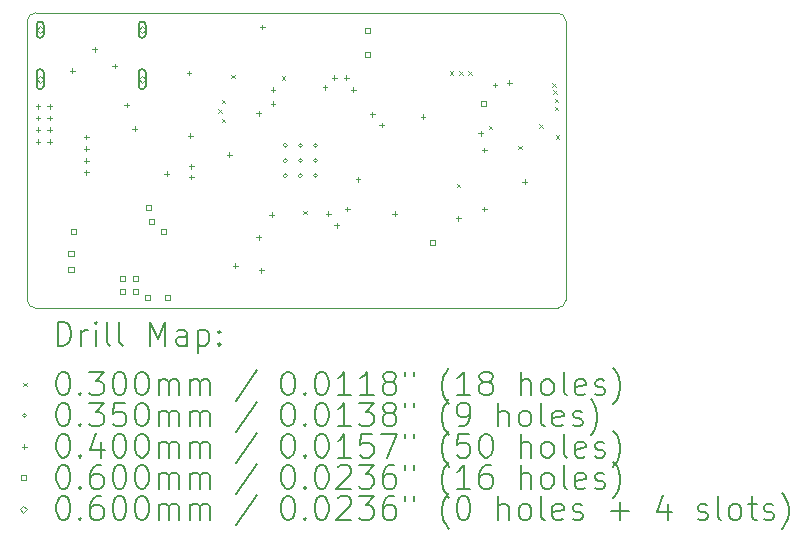
<source format=gbr>
%TF.GenerationSoftware,KiCad,Pcbnew,7.0.5-0*%
%TF.CreationDate,2023-09-26T15:29:09-04:00*%
%TF.ProjectId,Rudolph_Tracker,5275646f-6c70-4685-9f54-7261636b6572,rev?*%
%TF.SameCoordinates,Original*%
%TF.FileFunction,Drillmap*%
%TF.FilePolarity,Positive*%
%FSLAX45Y45*%
G04 Gerber Fmt 4.5, Leading zero omitted, Abs format (unit mm)*
G04 Created by KiCad (PCBNEW 7.0.5-0) date 2023-09-26 15:29:09*
%MOMM*%
%LPD*%
G01*
G04 APERTURE LIST*
%ADD10C,0.100000*%
%ADD11C,0.200000*%
%ADD12C,0.030000*%
%ADD13C,0.035000*%
%ADD14C,0.040000*%
%ADD15C,0.060000*%
G04 APERTURE END LIST*
D10*
X6940000Y-13150000D02*
X6940000Y-10790000D01*
X11500000Y-10790000D02*
X11500000Y-13150000D01*
X11430000Y-13220000D02*
G75*
G03*
X11500000Y-13150000I0J70000D01*
G01*
X11430000Y-13220000D02*
X7010000Y-13220000D01*
X6940000Y-13150000D02*
G75*
G03*
X7010000Y-13220000I70000J0D01*
G01*
X11500000Y-10790000D02*
G75*
G03*
X11430000Y-10720000I-70000J0D01*
G01*
X7010000Y-10720000D02*
G75*
G03*
X6940000Y-10790000I0J-70000D01*
G01*
X7010000Y-10720000D02*
X11430000Y-10720000D01*
D11*
D12*
X8555000Y-11535000D02*
X8585000Y-11565000D01*
X8585000Y-11535000D02*
X8555000Y-11565000D01*
X8585000Y-11455000D02*
X8615000Y-11485000D01*
X8615000Y-11455000D02*
X8585000Y-11485000D01*
X8585000Y-11615000D02*
X8615000Y-11645000D01*
X8615000Y-11615000D02*
X8585000Y-11645000D01*
X8665000Y-11245000D02*
X8695000Y-11275000D01*
X8695000Y-11245000D02*
X8665000Y-11275000D01*
X9095000Y-11255000D02*
X9125000Y-11285000D01*
X9125000Y-11255000D02*
X9095000Y-11285000D01*
X9275000Y-12395000D02*
X9305000Y-12425000D01*
X9305000Y-12395000D02*
X9275000Y-12425000D01*
X10515000Y-11215000D02*
X10545000Y-11245000D01*
X10545000Y-11215000D02*
X10515000Y-11245000D01*
X10575000Y-12165000D02*
X10605000Y-12195000D01*
X10605000Y-12165000D02*
X10575000Y-12195000D01*
X10595000Y-11215000D02*
X10625000Y-11245000D01*
X10625000Y-11215000D02*
X10595000Y-11245000D01*
X10675000Y-11215000D02*
X10705000Y-11245000D01*
X10705000Y-11215000D02*
X10675000Y-11245000D01*
X10845000Y-11675000D02*
X10875000Y-11705000D01*
X10875000Y-11675000D02*
X10845000Y-11705000D01*
X11095000Y-11845000D02*
X11125000Y-11875000D01*
X11125000Y-11845000D02*
X11095000Y-11875000D01*
X11275000Y-11665000D02*
X11305000Y-11695000D01*
X11305000Y-11665000D02*
X11275000Y-11695000D01*
X11385000Y-11315000D02*
X11415000Y-11345000D01*
X11415000Y-11315000D02*
X11385000Y-11345000D01*
X11395000Y-11375000D02*
X11425000Y-11405000D01*
X11425000Y-11375000D02*
X11395000Y-11405000D01*
X11405000Y-11445000D02*
X11435000Y-11475000D01*
X11435000Y-11445000D02*
X11405000Y-11475000D01*
X11405000Y-11515000D02*
X11435000Y-11545000D01*
X11435000Y-11515000D02*
X11405000Y-11545000D01*
X11415000Y-11755000D02*
X11445000Y-11785000D01*
X11445000Y-11755000D02*
X11415000Y-11785000D01*
D13*
X9140000Y-11842500D02*
G75*
G03*
X9140000Y-11842500I-17500J0D01*
G01*
X9140000Y-11970000D02*
G75*
G03*
X9140000Y-11970000I-17500J0D01*
G01*
X9140000Y-12097500D02*
G75*
G03*
X9140000Y-12097500I-17500J0D01*
G01*
X9267500Y-11842500D02*
G75*
G03*
X9267500Y-11842500I-17500J0D01*
G01*
X9267500Y-11970000D02*
G75*
G03*
X9267500Y-11970000I-17500J0D01*
G01*
X9267500Y-12097500D02*
G75*
G03*
X9267500Y-12097500I-17500J0D01*
G01*
X9395000Y-11842500D02*
G75*
G03*
X9395000Y-11842500I-17500J0D01*
G01*
X9395000Y-11970000D02*
G75*
G03*
X9395000Y-11970000I-17500J0D01*
G01*
X9395000Y-12097500D02*
G75*
G03*
X9395000Y-12097500I-17500J0D01*
G01*
D14*
X7030000Y-11490000D02*
X7030000Y-11530000D01*
X7010000Y-11510000D02*
X7050000Y-11510000D01*
X7030000Y-11590000D02*
X7030000Y-11630000D01*
X7010000Y-11610000D02*
X7050000Y-11610000D01*
X7030000Y-11690000D02*
X7030000Y-11730000D01*
X7010000Y-11710000D02*
X7050000Y-11710000D01*
X7030000Y-11790000D02*
X7030000Y-11830000D01*
X7010000Y-11810000D02*
X7050000Y-11810000D01*
X7130000Y-11490000D02*
X7130000Y-11530000D01*
X7110000Y-11510000D02*
X7150000Y-11510000D01*
X7130000Y-11590000D02*
X7130000Y-11630000D01*
X7110000Y-11610000D02*
X7150000Y-11610000D01*
X7130000Y-11690000D02*
X7130000Y-11730000D01*
X7110000Y-11710000D02*
X7150000Y-11710000D01*
X7130000Y-11790000D02*
X7130000Y-11830000D01*
X7110000Y-11810000D02*
X7150000Y-11810000D01*
X7320000Y-11190000D02*
X7320000Y-11230000D01*
X7300000Y-11210000D02*
X7340000Y-11210000D01*
X7440000Y-11750000D02*
X7440000Y-11790000D01*
X7420000Y-11770000D02*
X7460000Y-11770000D01*
X7440000Y-11850000D02*
X7440000Y-11890000D01*
X7420000Y-11870000D02*
X7460000Y-11870000D01*
X7440000Y-11950000D02*
X7440000Y-11990000D01*
X7420000Y-11970000D02*
X7460000Y-11970000D01*
X7440000Y-12050000D02*
X7440000Y-12090000D01*
X7420000Y-12070000D02*
X7460000Y-12070000D01*
X7510000Y-11010000D02*
X7510000Y-11050000D01*
X7490000Y-11030000D02*
X7530000Y-11030000D01*
X7680000Y-11150000D02*
X7680000Y-11190000D01*
X7660000Y-11170000D02*
X7700000Y-11170000D01*
X7780000Y-11480000D02*
X7780000Y-11520000D01*
X7760000Y-11500000D02*
X7800000Y-11500000D01*
X7850000Y-11680000D02*
X7850000Y-11720000D01*
X7830000Y-11700000D02*
X7870000Y-11700000D01*
X8120000Y-12060000D02*
X8120000Y-12100000D01*
X8100000Y-12080000D02*
X8140000Y-12080000D01*
X8310000Y-11210000D02*
X8310000Y-11250000D01*
X8290000Y-11230000D02*
X8330000Y-11230000D01*
X8320000Y-11740000D02*
X8320000Y-11780000D01*
X8300000Y-11760000D02*
X8340000Y-11760000D01*
X8330000Y-12000000D02*
X8330000Y-12040000D01*
X8310000Y-12020000D02*
X8350000Y-12020000D01*
X8330000Y-12090000D02*
X8330000Y-12130000D01*
X8310000Y-12110000D02*
X8350000Y-12110000D01*
X8650000Y-11900000D02*
X8650000Y-11940000D01*
X8630000Y-11920000D02*
X8670000Y-11920000D01*
X8700000Y-12840000D02*
X8700000Y-12880000D01*
X8680000Y-12860000D02*
X8720000Y-12860000D01*
X8900000Y-11550000D02*
X8900000Y-11590000D01*
X8880000Y-11570000D02*
X8920000Y-11570000D01*
X8900000Y-12600000D02*
X8900000Y-12640000D01*
X8880000Y-12620000D02*
X8920000Y-12620000D01*
X8920000Y-12880000D02*
X8920000Y-12920000D01*
X8900000Y-12900000D02*
X8940000Y-12900000D01*
X8930000Y-10820000D02*
X8930000Y-10860000D01*
X8910000Y-10840000D02*
X8950000Y-10840000D01*
X9010000Y-12410000D02*
X9010000Y-12450000D01*
X8990000Y-12430000D02*
X9030000Y-12430000D01*
X9020000Y-11350000D02*
X9020000Y-11390000D01*
X9000000Y-11370000D02*
X9040000Y-11370000D01*
X9020000Y-11470000D02*
X9020000Y-11510000D01*
X9000000Y-11490000D02*
X9040000Y-11490000D01*
X9460000Y-11330000D02*
X9460000Y-11370000D01*
X9440000Y-11350000D02*
X9480000Y-11350000D01*
X9490000Y-12400000D02*
X9490000Y-12440000D01*
X9470000Y-12420000D02*
X9510000Y-12420000D01*
X9540000Y-11250000D02*
X9540000Y-11290000D01*
X9520000Y-11270000D02*
X9560000Y-11270000D01*
X9560000Y-12500000D02*
X9560000Y-12540000D01*
X9540000Y-12520000D02*
X9580000Y-12520000D01*
X9640000Y-11250000D02*
X9640000Y-11290000D01*
X9620000Y-11270000D02*
X9660000Y-11270000D01*
X9650000Y-12360000D02*
X9650000Y-12400000D01*
X9630000Y-12380000D02*
X9670000Y-12380000D01*
X9700000Y-11350000D02*
X9700000Y-11390000D01*
X9680000Y-11370000D02*
X9720000Y-11370000D01*
X9740000Y-12110000D02*
X9740000Y-12150000D01*
X9720000Y-12130000D02*
X9760000Y-12130000D01*
X9860000Y-11560000D02*
X9860000Y-11600000D01*
X9840000Y-11580000D02*
X9880000Y-11580000D01*
X9940000Y-11650000D02*
X9940000Y-11690000D01*
X9920000Y-11670000D02*
X9960000Y-11670000D01*
X10050000Y-12400000D02*
X10050000Y-12440000D01*
X10030000Y-12420000D02*
X10070000Y-12420000D01*
X10290000Y-11580000D02*
X10290000Y-11620000D01*
X10270000Y-11600000D02*
X10310000Y-11600000D01*
X10590000Y-12440000D02*
X10590000Y-12480000D01*
X10570000Y-12460000D02*
X10610000Y-12460000D01*
X10780000Y-11720000D02*
X10780000Y-11760000D01*
X10760000Y-11740000D02*
X10800000Y-11740000D01*
X10810000Y-11860000D02*
X10810000Y-11900000D01*
X10790000Y-11880000D02*
X10830000Y-11880000D01*
X10810000Y-12360000D02*
X10810000Y-12400000D01*
X10790000Y-12380000D02*
X10830000Y-12380000D01*
X10900000Y-11310000D02*
X10900000Y-11350000D01*
X10880000Y-11330000D02*
X10920000Y-11330000D01*
X11020000Y-11290000D02*
X11020000Y-11330000D01*
X11000000Y-11310000D02*
X11040000Y-11310000D01*
X11150000Y-12130000D02*
X11150000Y-12170000D01*
X11130000Y-12150000D02*
X11170000Y-12150000D01*
D15*
X7331213Y-12781213D02*
X7331213Y-12738787D01*
X7288787Y-12738787D01*
X7288787Y-12781213D01*
X7331213Y-12781213D01*
X7331213Y-12911213D02*
X7331213Y-12868787D01*
X7288787Y-12868787D01*
X7288787Y-12911213D01*
X7331213Y-12911213D01*
X7351213Y-12591213D02*
X7351213Y-12548787D01*
X7308787Y-12548787D01*
X7308787Y-12591213D01*
X7351213Y-12591213D01*
X7771213Y-12991213D02*
X7771213Y-12948787D01*
X7728787Y-12948787D01*
X7728787Y-12991213D01*
X7771213Y-12991213D01*
X7771213Y-13101213D02*
X7771213Y-13058787D01*
X7728787Y-13058787D01*
X7728787Y-13101213D01*
X7771213Y-13101213D01*
X7881213Y-12991213D02*
X7881213Y-12948787D01*
X7838787Y-12948787D01*
X7838787Y-12991213D01*
X7881213Y-12991213D01*
X7881213Y-13101213D02*
X7881213Y-13058787D01*
X7838787Y-13058787D01*
X7838787Y-13101213D01*
X7881213Y-13101213D01*
X7981213Y-13151213D02*
X7981213Y-13108787D01*
X7938787Y-13108787D01*
X7938787Y-13151213D01*
X7981213Y-13151213D01*
X7991213Y-12391213D02*
X7991213Y-12348787D01*
X7948787Y-12348787D01*
X7948787Y-12391213D01*
X7991213Y-12391213D01*
X8011213Y-12511213D02*
X8011213Y-12468787D01*
X7968787Y-12468787D01*
X7968787Y-12511213D01*
X8011213Y-12511213D01*
X8111213Y-12591213D02*
X8111213Y-12548787D01*
X8068787Y-12548787D01*
X8068787Y-12591213D01*
X8111213Y-12591213D01*
X8151213Y-13151213D02*
X8151213Y-13108787D01*
X8108787Y-13108787D01*
X8108787Y-13151213D01*
X8151213Y-13151213D01*
X9841213Y-10891213D02*
X9841213Y-10848787D01*
X9798787Y-10848787D01*
X9798787Y-10891213D01*
X9841213Y-10891213D01*
X9841213Y-11091213D02*
X9841213Y-11048787D01*
X9798787Y-11048787D01*
X9798787Y-11091213D01*
X9841213Y-11091213D01*
X10391213Y-12681213D02*
X10391213Y-12638787D01*
X10348787Y-12638787D01*
X10348787Y-12681213D01*
X10391213Y-12681213D01*
X10821213Y-11511213D02*
X10821213Y-11468787D01*
X10778787Y-11468787D01*
X10778787Y-11511213D01*
X10821213Y-11511213D01*
X7048000Y-10892500D02*
X7078000Y-10862500D01*
X7048000Y-10832500D01*
X7018000Y-10862500D01*
X7048000Y-10892500D01*
D11*
X7078000Y-10902500D02*
X7078000Y-10822500D01*
X7078000Y-10822500D02*
G75*
G03*
X7018000Y-10822500I-30000J0D01*
G01*
X7018000Y-10822500D02*
X7018000Y-10902500D01*
X7018000Y-10902500D02*
G75*
G03*
X7078000Y-10902500I30000J0D01*
G01*
D15*
X7048000Y-11310500D02*
X7078000Y-11280500D01*
X7048000Y-11250500D01*
X7018000Y-11280500D01*
X7048000Y-11310500D01*
D11*
X7078000Y-11335500D02*
X7078000Y-11225500D01*
X7078000Y-11225500D02*
G75*
G03*
X7018000Y-11225500I-30000J0D01*
G01*
X7018000Y-11225500D02*
X7018000Y-11335500D01*
X7018000Y-11335500D02*
G75*
G03*
X7078000Y-11335500I30000J0D01*
G01*
D15*
X7912000Y-10892500D02*
X7942000Y-10862500D01*
X7912000Y-10832500D01*
X7882000Y-10862500D01*
X7912000Y-10892500D01*
D11*
X7942000Y-10902500D02*
X7942000Y-10822500D01*
X7942000Y-10822500D02*
G75*
G03*
X7882000Y-10822500I-30000J0D01*
G01*
X7882000Y-10822500D02*
X7882000Y-10902500D01*
X7882000Y-10902500D02*
G75*
G03*
X7942000Y-10902500I30000J0D01*
G01*
D15*
X7912000Y-11310500D02*
X7942000Y-11280500D01*
X7912000Y-11250500D01*
X7882000Y-11280500D01*
X7912000Y-11310500D01*
D11*
X7942000Y-11335500D02*
X7942000Y-11225500D01*
X7942000Y-11225500D02*
G75*
G03*
X7882000Y-11225500I-30000J0D01*
G01*
X7882000Y-11225500D02*
X7882000Y-11335500D01*
X7882000Y-11335500D02*
G75*
G03*
X7942000Y-11335500I30000J0D01*
G01*
X7195777Y-13536484D02*
X7195777Y-13336484D01*
X7195777Y-13336484D02*
X7243396Y-13336484D01*
X7243396Y-13336484D02*
X7271967Y-13346008D01*
X7271967Y-13346008D02*
X7291015Y-13365055D01*
X7291015Y-13365055D02*
X7300539Y-13384103D01*
X7300539Y-13384103D02*
X7310062Y-13422198D01*
X7310062Y-13422198D02*
X7310062Y-13450769D01*
X7310062Y-13450769D02*
X7300539Y-13488865D01*
X7300539Y-13488865D02*
X7291015Y-13507912D01*
X7291015Y-13507912D02*
X7271967Y-13526960D01*
X7271967Y-13526960D02*
X7243396Y-13536484D01*
X7243396Y-13536484D02*
X7195777Y-13536484D01*
X7395777Y-13536484D02*
X7395777Y-13403150D01*
X7395777Y-13441246D02*
X7405301Y-13422198D01*
X7405301Y-13422198D02*
X7414824Y-13412674D01*
X7414824Y-13412674D02*
X7433872Y-13403150D01*
X7433872Y-13403150D02*
X7452920Y-13403150D01*
X7519586Y-13536484D02*
X7519586Y-13403150D01*
X7519586Y-13336484D02*
X7510062Y-13346008D01*
X7510062Y-13346008D02*
X7519586Y-13355531D01*
X7519586Y-13355531D02*
X7529110Y-13346008D01*
X7529110Y-13346008D02*
X7519586Y-13336484D01*
X7519586Y-13336484D02*
X7519586Y-13355531D01*
X7643396Y-13536484D02*
X7624348Y-13526960D01*
X7624348Y-13526960D02*
X7614824Y-13507912D01*
X7614824Y-13507912D02*
X7614824Y-13336484D01*
X7748158Y-13536484D02*
X7729110Y-13526960D01*
X7729110Y-13526960D02*
X7719586Y-13507912D01*
X7719586Y-13507912D02*
X7719586Y-13336484D01*
X7976729Y-13536484D02*
X7976729Y-13336484D01*
X7976729Y-13336484D02*
X8043396Y-13479341D01*
X8043396Y-13479341D02*
X8110062Y-13336484D01*
X8110062Y-13336484D02*
X8110062Y-13536484D01*
X8291015Y-13536484D02*
X8291015Y-13431722D01*
X8291015Y-13431722D02*
X8281491Y-13412674D01*
X8281491Y-13412674D02*
X8262443Y-13403150D01*
X8262443Y-13403150D02*
X8224348Y-13403150D01*
X8224348Y-13403150D02*
X8205301Y-13412674D01*
X8291015Y-13526960D02*
X8271967Y-13536484D01*
X8271967Y-13536484D02*
X8224348Y-13536484D01*
X8224348Y-13536484D02*
X8205301Y-13526960D01*
X8205301Y-13526960D02*
X8195777Y-13507912D01*
X8195777Y-13507912D02*
X8195777Y-13488865D01*
X8195777Y-13488865D02*
X8205301Y-13469817D01*
X8205301Y-13469817D02*
X8224348Y-13460293D01*
X8224348Y-13460293D02*
X8271967Y-13460293D01*
X8271967Y-13460293D02*
X8291015Y-13450769D01*
X8386253Y-13403150D02*
X8386253Y-13603150D01*
X8386253Y-13412674D02*
X8405301Y-13403150D01*
X8405301Y-13403150D02*
X8443396Y-13403150D01*
X8443396Y-13403150D02*
X8462444Y-13412674D01*
X8462444Y-13412674D02*
X8471967Y-13422198D01*
X8471967Y-13422198D02*
X8481491Y-13441246D01*
X8481491Y-13441246D02*
X8481491Y-13498388D01*
X8481491Y-13498388D02*
X8471967Y-13517436D01*
X8471967Y-13517436D02*
X8462444Y-13526960D01*
X8462444Y-13526960D02*
X8443396Y-13536484D01*
X8443396Y-13536484D02*
X8405301Y-13536484D01*
X8405301Y-13536484D02*
X8386253Y-13526960D01*
X8567205Y-13517436D02*
X8576729Y-13526960D01*
X8576729Y-13526960D02*
X8567205Y-13536484D01*
X8567205Y-13536484D02*
X8557682Y-13526960D01*
X8557682Y-13526960D02*
X8567205Y-13517436D01*
X8567205Y-13517436D02*
X8567205Y-13536484D01*
X8567205Y-13412674D02*
X8576729Y-13422198D01*
X8576729Y-13422198D02*
X8567205Y-13431722D01*
X8567205Y-13431722D02*
X8557682Y-13422198D01*
X8557682Y-13422198D02*
X8567205Y-13412674D01*
X8567205Y-13412674D02*
X8567205Y-13431722D01*
D12*
X6905000Y-13850000D02*
X6935000Y-13880000D01*
X6935000Y-13850000D02*
X6905000Y-13880000D01*
D11*
X7233872Y-13756484D02*
X7252920Y-13756484D01*
X7252920Y-13756484D02*
X7271967Y-13766008D01*
X7271967Y-13766008D02*
X7281491Y-13775531D01*
X7281491Y-13775531D02*
X7291015Y-13794579D01*
X7291015Y-13794579D02*
X7300539Y-13832674D01*
X7300539Y-13832674D02*
X7300539Y-13880293D01*
X7300539Y-13880293D02*
X7291015Y-13918388D01*
X7291015Y-13918388D02*
X7281491Y-13937436D01*
X7281491Y-13937436D02*
X7271967Y-13946960D01*
X7271967Y-13946960D02*
X7252920Y-13956484D01*
X7252920Y-13956484D02*
X7233872Y-13956484D01*
X7233872Y-13956484D02*
X7214824Y-13946960D01*
X7214824Y-13946960D02*
X7205301Y-13937436D01*
X7205301Y-13937436D02*
X7195777Y-13918388D01*
X7195777Y-13918388D02*
X7186253Y-13880293D01*
X7186253Y-13880293D02*
X7186253Y-13832674D01*
X7186253Y-13832674D02*
X7195777Y-13794579D01*
X7195777Y-13794579D02*
X7205301Y-13775531D01*
X7205301Y-13775531D02*
X7214824Y-13766008D01*
X7214824Y-13766008D02*
X7233872Y-13756484D01*
X7386253Y-13937436D02*
X7395777Y-13946960D01*
X7395777Y-13946960D02*
X7386253Y-13956484D01*
X7386253Y-13956484D02*
X7376729Y-13946960D01*
X7376729Y-13946960D02*
X7386253Y-13937436D01*
X7386253Y-13937436D02*
X7386253Y-13956484D01*
X7462443Y-13756484D02*
X7586253Y-13756484D01*
X7586253Y-13756484D02*
X7519586Y-13832674D01*
X7519586Y-13832674D02*
X7548158Y-13832674D01*
X7548158Y-13832674D02*
X7567205Y-13842198D01*
X7567205Y-13842198D02*
X7576729Y-13851722D01*
X7576729Y-13851722D02*
X7586253Y-13870769D01*
X7586253Y-13870769D02*
X7586253Y-13918388D01*
X7586253Y-13918388D02*
X7576729Y-13937436D01*
X7576729Y-13937436D02*
X7567205Y-13946960D01*
X7567205Y-13946960D02*
X7548158Y-13956484D01*
X7548158Y-13956484D02*
X7491015Y-13956484D01*
X7491015Y-13956484D02*
X7471967Y-13946960D01*
X7471967Y-13946960D02*
X7462443Y-13937436D01*
X7710062Y-13756484D02*
X7729110Y-13756484D01*
X7729110Y-13756484D02*
X7748158Y-13766008D01*
X7748158Y-13766008D02*
X7757682Y-13775531D01*
X7757682Y-13775531D02*
X7767205Y-13794579D01*
X7767205Y-13794579D02*
X7776729Y-13832674D01*
X7776729Y-13832674D02*
X7776729Y-13880293D01*
X7776729Y-13880293D02*
X7767205Y-13918388D01*
X7767205Y-13918388D02*
X7757682Y-13937436D01*
X7757682Y-13937436D02*
X7748158Y-13946960D01*
X7748158Y-13946960D02*
X7729110Y-13956484D01*
X7729110Y-13956484D02*
X7710062Y-13956484D01*
X7710062Y-13956484D02*
X7691015Y-13946960D01*
X7691015Y-13946960D02*
X7681491Y-13937436D01*
X7681491Y-13937436D02*
X7671967Y-13918388D01*
X7671967Y-13918388D02*
X7662443Y-13880293D01*
X7662443Y-13880293D02*
X7662443Y-13832674D01*
X7662443Y-13832674D02*
X7671967Y-13794579D01*
X7671967Y-13794579D02*
X7681491Y-13775531D01*
X7681491Y-13775531D02*
X7691015Y-13766008D01*
X7691015Y-13766008D02*
X7710062Y-13756484D01*
X7900539Y-13756484D02*
X7919586Y-13756484D01*
X7919586Y-13756484D02*
X7938634Y-13766008D01*
X7938634Y-13766008D02*
X7948158Y-13775531D01*
X7948158Y-13775531D02*
X7957682Y-13794579D01*
X7957682Y-13794579D02*
X7967205Y-13832674D01*
X7967205Y-13832674D02*
X7967205Y-13880293D01*
X7967205Y-13880293D02*
X7957682Y-13918388D01*
X7957682Y-13918388D02*
X7948158Y-13937436D01*
X7948158Y-13937436D02*
X7938634Y-13946960D01*
X7938634Y-13946960D02*
X7919586Y-13956484D01*
X7919586Y-13956484D02*
X7900539Y-13956484D01*
X7900539Y-13956484D02*
X7881491Y-13946960D01*
X7881491Y-13946960D02*
X7871967Y-13937436D01*
X7871967Y-13937436D02*
X7862443Y-13918388D01*
X7862443Y-13918388D02*
X7852920Y-13880293D01*
X7852920Y-13880293D02*
X7852920Y-13832674D01*
X7852920Y-13832674D02*
X7862443Y-13794579D01*
X7862443Y-13794579D02*
X7871967Y-13775531D01*
X7871967Y-13775531D02*
X7881491Y-13766008D01*
X7881491Y-13766008D02*
X7900539Y-13756484D01*
X8052920Y-13956484D02*
X8052920Y-13823150D01*
X8052920Y-13842198D02*
X8062443Y-13832674D01*
X8062443Y-13832674D02*
X8081491Y-13823150D01*
X8081491Y-13823150D02*
X8110063Y-13823150D01*
X8110063Y-13823150D02*
X8129110Y-13832674D01*
X8129110Y-13832674D02*
X8138634Y-13851722D01*
X8138634Y-13851722D02*
X8138634Y-13956484D01*
X8138634Y-13851722D02*
X8148158Y-13832674D01*
X8148158Y-13832674D02*
X8167205Y-13823150D01*
X8167205Y-13823150D02*
X8195777Y-13823150D01*
X8195777Y-13823150D02*
X8214824Y-13832674D01*
X8214824Y-13832674D02*
X8224348Y-13851722D01*
X8224348Y-13851722D02*
X8224348Y-13956484D01*
X8319586Y-13956484D02*
X8319586Y-13823150D01*
X8319586Y-13842198D02*
X8329110Y-13832674D01*
X8329110Y-13832674D02*
X8348158Y-13823150D01*
X8348158Y-13823150D02*
X8376729Y-13823150D01*
X8376729Y-13823150D02*
X8395777Y-13832674D01*
X8395777Y-13832674D02*
X8405301Y-13851722D01*
X8405301Y-13851722D02*
X8405301Y-13956484D01*
X8405301Y-13851722D02*
X8414825Y-13832674D01*
X8414825Y-13832674D02*
X8433872Y-13823150D01*
X8433872Y-13823150D02*
X8462444Y-13823150D01*
X8462444Y-13823150D02*
X8481491Y-13832674D01*
X8481491Y-13832674D02*
X8491015Y-13851722D01*
X8491015Y-13851722D02*
X8491015Y-13956484D01*
X8881491Y-13746960D02*
X8710063Y-14004103D01*
X9138634Y-13756484D02*
X9157682Y-13756484D01*
X9157682Y-13756484D02*
X9176729Y-13766008D01*
X9176729Y-13766008D02*
X9186253Y-13775531D01*
X9186253Y-13775531D02*
X9195777Y-13794579D01*
X9195777Y-13794579D02*
X9205301Y-13832674D01*
X9205301Y-13832674D02*
X9205301Y-13880293D01*
X9205301Y-13880293D02*
X9195777Y-13918388D01*
X9195777Y-13918388D02*
X9186253Y-13937436D01*
X9186253Y-13937436D02*
X9176729Y-13946960D01*
X9176729Y-13946960D02*
X9157682Y-13956484D01*
X9157682Y-13956484D02*
X9138634Y-13956484D01*
X9138634Y-13956484D02*
X9119587Y-13946960D01*
X9119587Y-13946960D02*
X9110063Y-13937436D01*
X9110063Y-13937436D02*
X9100539Y-13918388D01*
X9100539Y-13918388D02*
X9091015Y-13880293D01*
X9091015Y-13880293D02*
X9091015Y-13832674D01*
X9091015Y-13832674D02*
X9100539Y-13794579D01*
X9100539Y-13794579D02*
X9110063Y-13775531D01*
X9110063Y-13775531D02*
X9119587Y-13766008D01*
X9119587Y-13766008D02*
X9138634Y-13756484D01*
X9291015Y-13937436D02*
X9300539Y-13946960D01*
X9300539Y-13946960D02*
X9291015Y-13956484D01*
X9291015Y-13956484D02*
X9281491Y-13946960D01*
X9281491Y-13946960D02*
X9291015Y-13937436D01*
X9291015Y-13937436D02*
X9291015Y-13956484D01*
X9424348Y-13756484D02*
X9443396Y-13756484D01*
X9443396Y-13756484D02*
X9462444Y-13766008D01*
X9462444Y-13766008D02*
X9471968Y-13775531D01*
X9471968Y-13775531D02*
X9481491Y-13794579D01*
X9481491Y-13794579D02*
X9491015Y-13832674D01*
X9491015Y-13832674D02*
X9491015Y-13880293D01*
X9491015Y-13880293D02*
X9481491Y-13918388D01*
X9481491Y-13918388D02*
X9471968Y-13937436D01*
X9471968Y-13937436D02*
X9462444Y-13946960D01*
X9462444Y-13946960D02*
X9443396Y-13956484D01*
X9443396Y-13956484D02*
X9424348Y-13956484D01*
X9424348Y-13956484D02*
X9405301Y-13946960D01*
X9405301Y-13946960D02*
X9395777Y-13937436D01*
X9395777Y-13937436D02*
X9386253Y-13918388D01*
X9386253Y-13918388D02*
X9376729Y-13880293D01*
X9376729Y-13880293D02*
X9376729Y-13832674D01*
X9376729Y-13832674D02*
X9386253Y-13794579D01*
X9386253Y-13794579D02*
X9395777Y-13775531D01*
X9395777Y-13775531D02*
X9405301Y-13766008D01*
X9405301Y-13766008D02*
X9424348Y-13756484D01*
X9681491Y-13956484D02*
X9567206Y-13956484D01*
X9624348Y-13956484D02*
X9624348Y-13756484D01*
X9624348Y-13756484D02*
X9605301Y-13785055D01*
X9605301Y-13785055D02*
X9586253Y-13804103D01*
X9586253Y-13804103D02*
X9567206Y-13813627D01*
X9871968Y-13956484D02*
X9757682Y-13956484D01*
X9814825Y-13956484D02*
X9814825Y-13756484D01*
X9814825Y-13756484D02*
X9795777Y-13785055D01*
X9795777Y-13785055D02*
X9776729Y-13804103D01*
X9776729Y-13804103D02*
X9757682Y-13813627D01*
X9986253Y-13842198D02*
X9967206Y-13832674D01*
X9967206Y-13832674D02*
X9957682Y-13823150D01*
X9957682Y-13823150D02*
X9948158Y-13804103D01*
X9948158Y-13804103D02*
X9948158Y-13794579D01*
X9948158Y-13794579D02*
X9957682Y-13775531D01*
X9957682Y-13775531D02*
X9967206Y-13766008D01*
X9967206Y-13766008D02*
X9986253Y-13756484D01*
X9986253Y-13756484D02*
X10024349Y-13756484D01*
X10024349Y-13756484D02*
X10043396Y-13766008D01*
X10043396Y-13766008D02*
X10052920Y-13775531D01*
X10052920Y-13775531D02*
X10062444Y-13794579D01*
X10062444Y-13794579D02*
X10062444Y-13804103D01*
X10062444Y-13804103D02*
X10052920Y-13823150D01*
X10052920Y-13823150D02*
X10043396Y-13832674D01*
X10043396Y-13832674D02*
X10024349Y-13842198D01*
X10024349Y-13842198D02*
X9986253Y-13842198D01*
X9986253Y-13842198D02*
X9967206Y-13851722D01*
X9967206Y-13851722D02*
X9957682Y-13861246D01*
X9957682Y-13861246D02*
X9948158Y-13880293D01*
X9948158Y-13880293D02*
X9948158Y-13918388D01*
X9948158Y-13918388D02*
X9957682Y-13937436D01*
X9957682Y-13937436D02*
X9967206Y-13946960D01*
X9967206Y-13946960D02*
X9986253Y-13956484D01*
X9986253Y-13956484D02*
X10024349Y-13956484D01*
X10024349Y-13956484D02*
X10043396Y-13946960D01*
X10043396Y-13946960D02*
X10052920Y-13937436D01*
X10052920Y-13937436D02*
X10062444Y-13918388D01*
X10062444Y-13918388D02*
X10062444Y-13880293D01*
X10062444Y-13880293D02*
X10052920Y-13861246D01*
X10052920Y-13861246D02*
X10043396Y-13851722D01*
X10043396Y-13851722D02*
X10024349Y-13842198D01*
X10138634Y-13756484D02*
X10138634Y-13794579D01*
X10214825Y-13756484D02*
X10214825Y-13794579D01*
X10510063Y-14032674D02*
X10500539Y-14023150D01*
X10500539Y-14023150D02*
X10481491Y-13994579D01*
X10481491Y-13994579D02*
X10471968Y-13975531D01*
X10471968Y-13975531D02*
X10462444Y-13946960D01*
X10462444Y-13946960D02*
X10452920Y-13899341D01*
X10452920Y-13899341D02*
X10452920Y-13861246D01*
X10452920Y-13861246D02*
X10462444Y-13813627D01*
X10462444Y-13813627D02*
X10471968Y-13785055D01*
X10471968Y-13785055D02*
X10481491Y-13766008D01*
X10481491Y-13766008D02*
X10500539Y-13737436D01*
X10500539Y-13737436D02*
X10510063Y-13727912D01*
X10691015Y-13956484D02*
X10576730Y-13956484D01*
X10633872Y-13956484D02*
X10633872Y-13756484D01*
X10633872Y-13756484D02*
X10614825Y-13785055D01*
X10614825Y-13785055D02*
X10595777Y-13804103D01*
X10595777Y-13804103D02*
X10576730Y-13813627D01*
X10805301Y-13842198D02*
X10786253Y-13832674D01*
X10786253Y-13832674D02*
X10776730Y-13823150D01*
X10776730Y-13823150D02*
X10767206Y-13804103D01*
X10767206Y-13804103D02*
X10767206Y-13794579D01*
X10767206Y-13794579D02*
X10776730Y-13775531D01*
X10776730Y-13775531D02*
X10786253Y-13766008D01*
X10786253Y-13766008D02*
X10805301Y-13756484D01*
X10805301Y-13756484D02*
X10843396Y-13756484D01*
X10843396Y-13756484D02*
X10862444Y-13766008D01*
X10862444Y-13766008D02*
X10871968Y-13775531D01*
X10871968Y-13775531D02*
X10881491Y-13794579D01*
X10881491Y-13794579D02*
X10881491Y-13804103D01*
X10881491Y-13804103D02*
X10871968Y-13823150D01*
X10871968Y-13823150D02*
X10862444Y-13832674D01*
X10862444Y-13832674D02*
X10843396Y-13842198D01*
X10843396Y-13842198D02*
X10805301Y-13842198D01*
X10805301Y-13842198D02*
X10786253Y-13851722D01*
X10786253Y-13851722D02*
X10776730Y-13861246D01*
X10776730Y-13861246D02*
X10767206Y-13880293D01*
X10767206Y-13880293D02*
X10767206Y-13918388D01*
X10767206Y-13918388D02*
X10776730Y-13937436D01*
X10776730Y-13937436D02*
X10786253Y-13946960D01*
X10786253Y-13946960D02*
X10805301Y-13956484D01*
X10805301Y-13956484D02*
X10843396Y-13956484D01*
X10843396Y-13956484D02*
X10862444Y-13946960D01*
X10862444Y-13946960D02*
X10871968Y-13937436D01*
X10871968Y-13937436D02*
X10881491Y-13918388D01*
X10881491Y-13918388D02*
X10881491Y-13880293D01*
X10881491Y-13880293D02*
X10871968Y-13861246D01*
X10871968Y-13861246D02*
X10862444Y-13851722D01*
X10862444Y-13851722D02*
X10843396Y-13842198D01*
X11119587Y-13956484D02*
X11119587Y-13756484D01*
X11205301Y-13956484D02*
X11205301Y-13851722D01*
X11205301Y-13851722D02*
X11195777Y-13832674D01*
X11195777Y-13832674D02*
X11176730Y-13823150D01*
X11176730Y-13823150D02*
X11148158Y-13823150D01*
X11148158Y-13823150D02*
X11129111Y-13832674D01*
X11129111Y-13832674D02*
X11119587Y-13842198D01*
X11329110Y-13956484D02*
X11310063Y-13946960D01*
X11310063Y-13946960D02*
X11300539Y-13937436D01*
X11300539Y-13937436D02*
X11291015Y-13918388D01*
X11291015Y-13918388D02*
X11291015Y-13861246D01*
X11291015Y-13861246D02*
X11300539Y-13842198D01*
X11300539Y-13842198D02*
X11310063Y-13832674D01*
X11310063Y-13832674D02*
X11329110Y-13823150D01*
X11329110Y-13823150D02*
X11357682Y-13823150D01*
X11357682Y-13823150D02*
X11376730Y-13832674D01*
X11376730Y-13832674D02*
X11386253Y-13842198D01*
X11386253Y-13842198D02*
X11395777Y-13861246D01*
X11395777Y-13861246D02*
X11395777Y-13918388D01*
X11395777Y-13918388D02*
X11386253Y-13937436D01*
X11386253Y-13937436D02*
X11376730Y-13946960D01*
X11376730Y-13946960D02*
X11357682Y-13956484D01*
X11357682Y-13956484D02*
X11329110Y-13956484D01*
X11510063Y-13956484D02*
X11491015Y-13946960D01*
X11491015Y-13946960D02*
X11481491Y-13927912D01*
X11481491Y-13927912D02*
X11481491Y-13756484D01*
X11662444Y-13946960D02*
X11643396Y-13956484D01*
X11643396Y-13956484D02*
X11605301Y-13956484D01*
X11605301Y-13956484D02*
X11586253Y-13946960D01*
X11586253Y-13946960D02*
X11576730Y-13927912D01*
X11576730Y-13927912D02*
X11576730Y-13851722D01*
X11576730Y-13851722D02*
X11586253Y-13832674D01*
X11586253Y-13832674D02*
X11605301Y-13823150D01*
X11605301Y-13823150D02*
X11643396Y-13823150D01*
X11643396Y-13823150D02*
X11662444Y-13832674D01*
X11662444Y-13832674D02*
X11671968Y-13851722D01*
X11671968Y-13851722D02*
X11671968Y-13870769D01*
X11671968Y-13870769D02*
X11576730Y-13889817D01*
X11748158Y-13946960D02*
X11767206Y-13956484D01*
X11767206Y-13956484D02*
X11805301Y-13956484D01*
X11805301Y-13956484D02*
X11824349Y-13946960D01*
X11824349Y-13946960D02*
X11833872Y-13927912D01*
X11833872Y-13927912D02*
X11833872Y-13918388D01*
X11833872Y-13918388D02*
X11824349Y-13899341D01*
X11824349Y-13899341D02*
X11805301Y-13889817D01*
X11805301Y-13889817D02*
X11776730Y-13889817D01*
X11776730Y-13889817D02*
X11757682Y-13880293D01*
X11757682Y-13880293D02*
X11748158Y-13861246D01*
X11748158Y-13861246D02*
X11748158Y-13851722D01*
X11748158Y-13851722D02*
X11757682Y-13832674D01*
X11757682Y-13832674D02*
X11776730Y-13823150D01*
X11776730Y-13823150D02*
X11805301Y-13823150D01*
X11805301Y-13823150D02*
X11824349Y-13832674D01*
X11900539Y-14032674D02*
X11910063Y-14023150D01*
X11910063Y-14023150D02*
X11929111Y-13994579D01*
X11929111Y-13994579D02*
X11938634Y-13975531D01*
X11938634Y-13975531D02*
X11948158Y-13946960D01*
X11948158Y-13946960D02*
X11957682Y-13899341D01*
X11957682Y-13899341D02*
X11957682Y-13861246D01*
X11957682Y-13861246D02*
X11948158Y-13813627D01*
X11948158Y-13813627D02*
X11938634Y-13785055D01*
X11938634Y-13785055D02*
X11929111Y-13766008D01*
X11929111Y-13766008D02*
X11910063Y-13737436D01*
X11910063Y-13737436D02*
X11900539Y-13727912D01*
D13*
X6935000Y-14129000D02*
G75*
G03*
X6935000Y-14129000I-17500J0D01*
G01*
D11*
X7233872Y-14020484D02*
X7252920Y-14020484D01*
X7252920Y-14020484D02*
X7271967Y-14030008D01*
X7271967Y-14030008D02*
X7281491Y-14039531D01*
X7281491Y-14039531D02*
X7291015Y-14058579D01*
X7291015Y-14058579D02*
X7300539Y-14096674D01*
X7300539Y-14096674D02*
X7300539Y-14144293D01*
X7300539Y-14144293D02*
X7291015Y-14182388D01*
X7291015Y-14182388D02*
X7281491Y-14201436D01*
X7281491Y-14201436D02*
X7271967Y-14210960D01*
X7271967Y-14210960D02*
X7252920Y-14220484D01*
X7252920Y-14220484D02*
X7233872Y-14220484D01*
X7233872Y-14220484D02*
X7214824Y-14210960D01*
X7214824Y-14210960D02*
X7205301Y-14201436D01*
X7205301Y-14201436D02*
X7195777Y-14182388D01*
X7195777Y-14182388D02*
X7186253Y-14144293D01*
X7186253Y-14144293D02*
X7186253Y-14096674D01*
X7186253Y-14096674D02*
X7195777Y-14058579D01*
X7195777Y-14058579D02*
X7205301Y-14039531D01*
X7205301Y-14039531D02*
X7214824Y-14030008D01*
X7214824Y-14030008D02*
X7233872Y-14020484D01*
X7386253Y-14201436D02*
X7395777Y-14210960D01*
X7395777Y-14210960D02*
X7386253Y-14220484D01*
X7386253Y-14220484D02*
X7376729Y-14210960D01*
X7376729Y-14210960D02*
X7386253Y-14201436D01*
X7386253Y-14201436D02*
X7386253Y-14220484D01*
X7462443Y-14020484D02*
X7586253Y-14020484D01*
X7586253Y-14020484D02*
X7519586Y-14096674D01*
X7519586Y-14096674D02*
X7548158Y-14096674D01*
X7548158Y-14096674D02*
X7567205Y-14106198D01*
X7567205Y-14106198D02*
X7576729Y-14115722D01*
X7576729Y-14115722D02*
X7586253Y-14134769D01*
X7586253Y-14134769D02*
X7586253Y-14182388D01*
X7586253Y-14182388D02*
X7576729Y-14201436D01*
X7576729Y-14201436D02*
X7567205Y-14210960D01*
X7567205Y-14210960D02*
X7548158Y-14220484D01*
X7548158Y-14220484D02*
X7491015Y-14220484D01*
X7491015Y-14220484D02*
X7471967Y-14210960D01*
X7471967Y-14210960D02*
X7462443Y-14201436D01*
X7767205Y-14020484D02*
X7671967Y-14020484D01*
X7671967Y-14020484D02*
X7662443Y-14115722D01*
X7662443Y-14115722D02*
X7671967Y-14106198D01*
X7671967Y-14106198D02*
X7691015Y-14096674D01*
X7691015Y-14096674D02*
X7738634Y-14096674D01*
X7738634Y-14096674D02*
X7757682Y-14106198D01*
X7757682Y-14106198D02*
X7767205Y-14115722D01*
X7767205Y-14115722D02*
X7776729Y-14134769D01*
X7776729Y-14134769D02*
X7776729Y-14182388D01*
X7776729Y-14182388D02*
X7767205Y-14201436D01*
X7767205Y-14201436D02*
X7757682Y-14210960D01*
X7757682Y-14210960D02*
X7738634Y-14220484D01*
X7738634Y-14220484D02*
X7691015Y-14220484D01*
X7691015Y-14220484D02*
X7671967Y-14210960D01*
X7671967Y-14210960D02*
X7662443Y-14201436D01*
X7900539Y-14020484D02*
X7919586Y-14020484D01*
X7919586Y-14020484D02*
X7938634Y-14030008D01*
X7938634Y-14030008D02*
X7948158Y-14039531D01*
X7948158Y-14039531D02*
X7957682Y-14058579D01*
X7957682Y-14058579D02*
X7967205Y-14096674D01*
X7967205Y-14096674D02*
X7967205Y-14144293D01*
X7967205Y-14144293D02*
X7957682Y-14182388D01*
X7957682Y-14182388D02*
X7948158Y-14201436D01*
X7948158Y-14201436D02*
X7938634Y-14210960D01*
X7938634Y-14210960D02*
X7919586Y-14220484D01*
X7919586Y-14220484D02*
X7900539Y-14220484D01*
X7900539Y-14220484D02*
X7881491Y-14210960D01*
X7881491Y-14210960D02*
X7871967Y-14201436D01*
X7871967Y-14201436D02*
X7862443Y-14182388D01*
X7862443Y-14182388D02*
X7852920Y-14144293D01*
X7852920Y-14144293D02*
X7852920Y-14096674D01*
X7852920Y-14096674D02*
X7862443Y-14058579D01*
X7862443Y-14058579D02*
X7871967Y-14039531D01*
X7871967Y-14039531D02*
X7881491Y-14030008D01*
X7881491Y-14030008D02*
X7900539Y-14020484D01*
X8052920Y-14220484D02*
X8052920Y-14087150D01*
X8052920Y-14106198D02*
X8062443Y-14096674D01*
X8062443Y-14096674D02*
X8081491Y-14087150D01*
X8081491Y-14087150D02*
X8110063Y-14087150D01*
X8110063Y-14087150D02*
X8129110Y-14096674D01*
X8129110Y-14096674D02*
X8138634Y-14115722D01*
X8138634Y-14115722D02*
X8138634Y-14220484D01*
X8138634Y-14115722D02*
X8148158Y-14096674D01*
X8148158Y-14096674D02*
X8167205Y-14087150D01*
X8167205Y-14087150D02*
X8195777Y-14087150D01*
X8195777Y-14087150D02*
X8214824Y-14096674D01*
X8214824Y-14096674D02*
X8224348Y-14115722D01*
X8224348Y-14115722D02*
X8224348Y-14220484D01*
X8319586Y-14220484D02*
X8319586Y-14087150D01*
X8319586Y-14106198D02*
X8329110Y-14096674D01*
X8329110Y-14096674D02*
X8348158Y-14087150D01*
X8348158Y-14087150D02*
X8376729Y-14087150D01*
X8376729Y-14087150D02*
X8395777Y-14096674D01*
X8395777Y-14096674D02*
X8405301Y-14115722D01*
X8405301Y-14115722D02*
X8405301Y-14220484D01*
X8405301Y-14115722D02*
X8414825Y-14096674D01*
X8414825Y-14096674D02*
X8433872Y-14087150D01*
X8433872Y-14087150D02*
X8462444Y-14087150D01*
X8462444Y-14087150D02*
X8481491Y-14096674D01*
X8481491Y-14096674D02*
X8491015Y-14115722D01*
X8491015Y-14115722D02*
X8491015Y-14220484D01*
X8881491Y-14010960D02*
X8710063Y-14268103D01*
X9138634Y-14020484D02*
X9157682Y-14020484D01*
X9157682Y-14020484D02*
X9176729Y-14030008D01*
X9176729Y-14030008D02*
X9186253Y-14039531D01*
X9186253Y-14039531D02*
X9195777Y-14058579D01*
X9195777Y-14058579D02*
X9205301Y-14096674D01*
X9205301Y-14096674D02*
X9205301Y-14144293D01*
X9205301Y-14144293D02*
X9195777Y-14182388D01*
X9195777Y-14182388D02*
X9186253Y-14201436D01*
X9186253Y-14201436D02*
X9176729Y-14210960D01*
X9176729Y-14210960D02*
X9157682Y-14220484D01*
X9157682Y-14220484D02*
X9138634Y-14220484D01*
X9138634Y-14220484D02*
X9119587Y-14210960D01*
X9119587Y-14210960D02*
X9110063Y-14201436D01*
X9110063Y-14201436D02*
X9100539Y-14182388D01*
X9100539Y-14182388D02*
X9091015Y-14144293D01*
X9091015Y-14144293D02*
X9091015Y-14096674D01*
X9091015Y-14096674D02*
X9100539Y-14058579D01*
X9100539Y-14058579D02*
X9110063Y-14039531D01*
X9110063Y-14039531D02*
X9119587Y-14030008D01*
X9119587Y-14030008D02*
X9138634Y-14020484D01*
X9291015Y-14201436D02*
X9300539Y-14210960D01*
X9300539Y-14210960D02*
X9291015Y-14220484D01*
X9291015Y-14220484D02*
X9281491Y-14210960D01*
X9281491Y-14210960D02*
X9291015Y-14201436D01*
X9291015Y-14201436D02*
X9291015Y-14220484D01*
X9424348Y-14020484D02*
X9443396Y-14020484D01*
X9443396Y-14020484D02*
X9462444Y-14030008D01*
X9462444Y-14030008D02*
X9471968Y-14039531D01*
X9471968Y-14039531D02*
X9481491Y-14058579D01*
X9481491Y-14058579D02*
X9491015Y-14096674D01*
X9491015Y-14096674D02*
X9491015Y-14144293D01*
X9491015Y-14144293D02*
X9481491Y-14182388D01*
X9481491Y-14182388D02*
X9471968Y-14201436D01*
X9471968Y-14201436D02*
X9462444Y-14210960D01*
X9462444Y-14210960D02*
X9443396Y-14220484D01*
X9443396Y-14220484D02*
X9424348Y-14220484D01*
X9424348Y-14220484D02*
X9405301Y-14210960D01*
X9405301Y-14210960D02*
X9395777Y-14201436D01*
X9395777Y-14201436D02*
X9386253Y-14182388D01*
X9386253Y-14182388D02*
X9376729Y-14144293D01*
X9376729Y-14144293D02*
X9376729Y-14096674D01*
X9376729Y-14096674D02*
X9386253Y-14058579D01*
X9386253Y-14058579D02*
X9395777Y-14039531D01*
X9395777Y-14039531D02*
X9405301Y-14030008D01*
X9405301Y-14030008D02*
X9424348Y-14020484D01*
X9681491Y-14220484D02*
X9567206Y-14220484D01*
X9624348Y-14220484D02*
X9624348Y-14020484D01*
X9624348Y-14020484D02*
X9605301Y-14049055D01*
X9605301Y-14049055D02*
X9586253Y-14068103D01*
X9586253Y-14068103D02*
X9567206Y-14077627D01*
X9748158Y-14020484D02*
X9871968Y-14020484D01*
X9871968Y-14020484D02*
X9805301Y-14096674D01*
X9805301Y-14096674D02*
X9833872Y-14096674D01*
X9833872Y-14096674D02*
X9852920Y-14106198D01*
X9852920Y-14106198D02*
X9862444Y-14115722D01*
X9862444Y-14115722D02*
X9871968Y-14134769D01*
X9871968Y-14134769D02*
X9871968Y-14182388D01*
X9871968Y-14182388D02*
X9862444Y-14201436D01*
X9862444Y-14201436D02*
X9852920Y-14210960D01*
X9852920Y-14210960D02*
X9833872Y-14220484D01*
X9833872Y-14220484D02*
X9776729Y-14220484D01*
X9776729Y-14220484D02*
X9757682Y-14210960D01*
X9757682Y-14210960D02*
X9748158Y-14201436D01*
X9986253Y-14106198D02*
X9967206Y-14096674D01*
X9967206Y-14096674D02*
X9957682Y-14087150D01*
X9957682Y-14087150D02*
X9948158Y-14068103D01*
X9948158Y-14068103D02*
X9948158Y-14058579D01*
X9948158Y-14058579D02*
X9957682Y-14039531D01*
X9957682Y-14039531D02*
X9967206Y-14030008D01*
X9967206Y-14030008D02*
X9986253Y-14020484D01*
X9986253Y-14020484D02*
X10024349Y-14020484D01*
X10024349Y-14020484D02*
X10043396Y-14030008D01*
X10043396Y-14030008D02*
X10052920Y-14039531D01*
X10052920Y-14039531D02*
X10062444Y-14058579D01*
X10062444Y-14058579D02*
X10062444Y-14068103D01*
X10062444Y-14068103D02*
X10052920Y-14087150D01*
X10052920Y-14087150D02*
X10043396Y-14096674D01*
X10043396Y-14096674D02*
X10024349Y-14106198D01*
X10024349Y-14106198D02*
X9986253Y-14106198D01*
X9986253Y-14106198D02*
X9967206Y-14115722D01*
X9967206Y-14115722D02*
X9957682Y-14125246D01*
X9957682Y-14125246D02*
X9948158Y-14144293D01*
X9948158Y-14144293D02*
X9948158Y-14182388D01*
X9948158Y-14182388D02*
X9957682Y-14201436D01*
X9957682Y-14201436D02*
X9967206Y-14210960D01*
X9967206Y-14210960D02*
X9986253Y-14220484D01*
X9986253Y-14220484D02*
X10024349Y-14220484D01*
X10024349Y-14220484D02*
X10043396Y-14210960D01*
X10043396Y-14210960D02*
X10052920Y-14201436D01*
X10052920Y-14201436D02*
X10062444Y-14182388D01*
X10062444Y-14182388D02*
X10062444Y-14144293D01*
X10062444Y-14144293D02*
X10052920Y-14125246D01*
X10052920Y-14125246D02*
X10043396Y-14115722D01*
X10043396Y-14115722D02*
X10024349Y-14106198D01*
X10138634Y-14020484D02*
X10138634Y-14058579D01*
X10214825Y-14020484D02*
X10214825Y-14058579D01*
X10510063Y-14296674D02*
X10500539Y-14287150D01*
X10500539Y-14287150D02*
X10481491Y-14258579D01*
X10481491Y-14258579D02*
X10471968Y-14239531D01*
X10471968Y-14239531D02*
X10462444Y-14210960D01*
X10462444Y-14210960D02*
X10452920Y-14163341D01*
X10452920Y-14163341D02*
X10452920Y-14125246D01*
X10452920Y-14125246D02*
X10462444Y-14077627D01*
X10462444Y-14077627D02*
X10471968Y-14049055D01*
X10471968Y-14049055D02*
X10481491Y-14030008D01*
X10481491Y-14030008D02*
X10500539Y-14001436D01*
X10500539Y-14001436D02*
X10510063Y-13991912D01*
X10595777Y-14220484D02*
X10633872Y-14220484D01*
X10633872Y-14220484D02*
X10652920Y-14210960D01*
X10652920Y-14210960D02*
X10662444Y-14201436D01*
X10662444Y-14201436D02*
X10681491Y-14172865D01*
X10681491Y-14172865D02*
X10691015Y-14134769D01*
X10691015Y-14134769D02*
X10691015Y-14058579D01*
X10691015Y-14058579D02*
X10681491Y-14039531D01*
X10681491Y-14039531D02*
X10671968Y-14030008D01*
X10671968Y-14030008D02*
X10652920Y-14020484D01*
X10652920Y-14020484D02*
X10614825Y-14020484D01*
X10614825Y-14020484D02*
X10595777Y-14030008D01*
X10595777Y-14030008D02*
X10586253Y-14039531D01*
X10586253Y-14039531D02*
X10576730Y-14058579D01*
X10576730Y-14058579D02*
X10576730Y-14106198D01*
X10576730Y-14106198D02*
X10586253Y-14125246D01*
X10586253Y-14125246D02*
X10595777Y-14134769D01*
X10595777Y-14134769D02*
X10614825Y-14144293D01*
X10614825Y-14144293D02*
X10652920Y-14144293D01*
X10652920Y-14144293D02*
X10671968Y-14134769D01*
X10671968Y-14134769D02*
X10681491Y-14125246D01*
X10681491Y-14125246D02*
X10691015Y-14106198D01*
X10929111Y-14220484D02*
X10929111Y-14020484D01*
X11014825Y-14220484D02*
X11014825Y-14115722D01*
X11014825Y-14115722D02*
X11005301Y-14096674D01*
X11005301Y-14096674D02*
X10986253Y-14087150D01*
X10986253Y-14087150D02*
X10957682Y-14087150D01*
X10957682Y-14087150D02*
X10938634Y-14096674D01*
X10938634Y-14096674D02*
X10929111Y-14106198D01*
X11138634Y-14220484D02*
X11119587Y-14210960D01*
X11119587Y-14210960D02*
X11110063Y-14201436D01*
X11110063Y-14201436D02*
X11100539Y-14182388D01*
X11100539Y-14182388D02*
X11100539Y-14125246D01*
X11100539Y-14125246D02*
X11110063Y-14106198D01*
X11110063Y-14106198D02*
X11119587Y-14096674D01*
X11119587Y-14096674D02*
X11138634Y-14087150D01*
X11138634Y-14087150D02*
X11167206Y-14087150D01*
X11167206Y-14087150D02*
X11186253Y-14096674D01*
X11186253Y-14096674D02*
X11195777Y-14106198D01*
X11195777Y-14106198D02*
X11205301Y-14125246D01*
X11205301Y-14125246D02*
X11205301Y-14182388D01*
X11205301Y-14182388D02*
X11195777Y-14201436D01*
X11195777Y-14201436D02*
X11186253Y-14210960D01*
X11186253Y-14210960D02*
X11167206Y-14220484D01*
X11167206Y-14220484D02*
X11138634Y-14220484D01*
X11319587Y-14220484D02*
X11300539Y-14210960D01*
X11300539Y-14210960D02*
X11291015Y-14191912D01*
X11291015Y-14191912D02*
X11291015Y-14020484D01*
X11471968Y-14210960D02*
X11452920Y-14220484D01*
X11452920Y-14220484D02*
X11414825Y-14220484D01*
X11414825Y-14220484D02*
X11395777Y-14210960D01*
X11395777Y-14210960D02*
X11386253Y-14191912D01*
X11386253Y-14191912D02*
X11386253Y-14115722D01*
X11386253Y-14115722D02*
X11395777Y-14096674D01*
X11395777Y-14096674D02*
X11414825Y-14087150D01*
X11414825Y-14087150D02*
X11452920Y-14087150D01*
X11452920Y-14087150D02*
X11471968Y-14096674D01*
X11471968Y-14096674D02*
X11481491Y-14115722D01*
X11481491Y-14115722D02*
X11481491Y-14134769D01*
X11481491Y-14134769D02*
X11386253Y-14153817D01*
X11557682Y-14210960D02*
X11576730Y-14220484D01*
X11576730Y-14220484D02*
X11614825Y-14220484D01*
X11614825Y-14220484D02*
X11633872Y-14210960D01*
X11633872Y-14210960D02*
X11643396Y-14191912D01*
X11643396Y-14191912D02*
X11643396Y-14182388D01*
X11643396Y-14182388D02*
X11633872Y-14163341D01*
X11633872Y-14163341D02*
X11614825Y-14153817D01*
X11614825Y-14153817D02*
X11586253Y-14153817D01*
X11586253Y-14153817D02*
X11567206Y-14144293D01*
X11567206Y-14144293D02*
X11557682Y-14125246D01*
X11557682Y-14125246D02*
X11557682Y-14115722D01*
X11557682Y-14115722D02*
X11567206Y-14096674D01*
X11567206Y-14096674D02*
X11586253Y-14087150D01*
X11586253Y-14087150D02*
X11614825Y-14087150D01*
X11614825Y-14087150D02*
X11633872Y-14096674D01*
X11710063Y-14296674D02*
X11719587Y-14287150D01*
X11719587Y-14287150D02*
X11738634Y-14258579D01*
X11738634Y-14258579D02*
X11748158Y-14239531D01*
X11748158Y-14239531D02*
X11757682Y-14210960D01*
X11757682Y-14210960D02*
X11767206Y-14163341D01*
X11767206Y-14163341D02*
X11767206Y-14125246D01*
X11767206Y-14125246D02*
X11757682Y-14077627D01*
X11757682Y-14077627D02*
X11748158Y-14049055D01*
X11748158Y-14049055D02*
X11738634Y-14030008D01*
X11738634Y-14030008D02*
X11719587Y-14001436D01*
X11719587Y-14001436D02*
X11710063Y-13991912D01*
D14*
X6915000Y-14373000D02*
X6915000Y-14413000D01*
X6895000Y-14393000D02*
X6935000Y-14393000D01*
D11*
X7233872Y-14284484D02*
X7252920Y-14284484D01*
X7252920Y-14284484D02*
X7271967Y-14294008D01*
X7271967Y-14294008D02*
X7281491Y-14303531D01*
X7281491Y-14303531D02*
X7291015Y-14322579D01*
X7291015Y-14322579D02*
X7300539Y-14360674D01*
X7300539Y-14360674D02*
X7300539Y-14408293D01*
X7300539Y-14408293D02*
X7291015Y-14446388D01*
X7291015Y-14446388D02*
X7281491Y-14465436D01*
X7281491Y-14465436D02*
X7271967Y-14474960D01*
X7271967Y-14474960D02*
X7252920Y-14484484D01*
X7252920Y-14484484D02*
X7233872Y-14484484D01*
X7233872Y-14484484D02*
X7214824Y-14474960D01*
X7214824Y-14474960D02*
X7205301Y-14465436D01*
X7205301Y-14465436D02*
X7195777Y-14446388D01*
X7195777Y-14446388D02*
X7186253Y-14408293D01*
X7186253Y-14408293D02*
X7186253Y-14360674D01*
X7186253Y-14360674D02*
X7195777Y-14322579D01*
X7195777Y-14322579D02*
X7205301Y-14303531D01*
X7205301Y-14303531D02*
X7214824Y-14294008D01*
X7214824Y-14294008D02*
X7233872Y-14284484D01*
X7386253Y-14465436D02*
X7395777Y-14474960D01*
X7395777Y-14474960D02*
X7386253Y-14484484D01*
X7386253Y-14484484D02*
X7376729Y-14474960D01*
X7376729Y-14474960D02*
X7386253Y-14465436D01*
X7386253Y-14465436D02*
X7386253Y-14484484D01*
X7567205Y-14351150D02*
X7567205Y-14484484D01*
X7519586Y-14274960D02*
X7471967Y-14417817D01*
X7471967Y-14417817D02*
X7595777Y-14417817D01*
X7710062Y-14284484D02*
X7729110Y-14284484D01*
X7729110Y-14284484D02*
X7748158Y-14294008D01*
X7748158Y-14294008D02*
X7757682Y-14303531D01*
X7757682Y-14303531D02*
X7767205Y-14322579D01*
X7767205Y-14322579D02*
X7776729Y-14360674D01*
X7776729Y-14360674D02*
X7776729Y-14408293D01*
X7776729Y-14408293D02*
X7767205Y-14446388D01*
X7767205Y-14446388D02*
X7757682Y-14465436D01*
X7757682Y-14465436D02*
X7748158Y-14474960D01*
X7748158Y-14474960D02*
X7729110Y-14484484D01*
X7729110Y-14484484D02*
X7710062Y-14484484D01*
X7710062Y-14484484D02*
X7691015Y-14474960D01*
X7691015Y-14474960D02*
X7681491Y-14465436D01*
X7681491Y-14465436D02*
X7671967Y-14446388D01*
X7671967Y-14446388D02*
X7662443Y-14408293D01*
X7662443Y-14408293D02*
X7662443Y-14360674D01*
X7662443Y-14360674D02*
X7671967Y-14322579D01*
X7671967Y-14322579D02*
X7681491Y-14303531D01*
X7681491Y-14303531D02*
X7691015Y-14294008D01*
X7691015Y-14294008D02*
X7710062Y-14284484D01*
X7900539Y-14284484D02*
X7919586Y-14284484D01*
X7919586Y-14284484D02*
X7938634Y-14294008D01*
X7938634Y-14294008D02*
X7948158Y-14303531D01*
X7948158Y-14303531D02*
X7957682Y-14322579D01*
X7957682Y-14322579D02*
X7967205Y-14360674D01*
X7967205Y-14360674D02*
X7967205Y-14408293D01*
X7967205Y-14408293D02*
X7957682Y-14446388D01*
X7957682Y-14446388D02*
X7948158Y-14465436D01*
X7948158Y-14465436D02*
X7938634Y-14474960D01*
X7938634Y-14474960D02*
X7919586Y-14484484D01*
X7919586Y-14484484D02*
X7900539Y-14484484D01*
X7900539Y-14484484D02*
X7881491Y-14474960D01*
X7881491Y-14474960D02*
X7871967Y-14465436D01*
X7871967Y-14465436D02*
X7862443Y-14446388D01*
X7862443Y-14446388D02*
X7852920Y-14408293D01*
X7852920Y-14408293D02*
X7852920Y-14360674D01*
X7852920Y-14360674D02*
X7862443Y-14322579D01*
X7862443Y-14322579D02*
X7871967Y-14303531D01*
X7871967Y-14303531D02*
X7881491Y-14294008D01*
X7881491Y-14294008D02*
X7900539Y-14284484D01*
X8052920Y-14484484D02*
X8052920Y-14351150D01*
X8052920Y-14370198D02*
X8062443Y-14360674D01*
X8062443Y-14360674D02*
X8081491Y-14351150D01*
X8081491Y-14351150D02*
X8110063Y-14351150D01*
X8110063Y-14351150D02*
X8129110Y-14360674D01*
X8129110Y-14360674D02*
X8138634Y-14379722D01*
X8138634Y-14379722D02*
X8138634Y-14484484D01*
X8138634Y-14379722D02*
X8148158Y-14360674D01*
X8148158Y-14360674D02*
X8167205Y-14351150D01*
X8167205Y-14351150D02*
X8195777Y-14351150D01*
X8195777Y-14351150D02*
X8214824Y-14360674D01*
X8214824Y-14360674D02*
X8224348Y-14379722D01*
X8224348Y-14379722D02*
X8224348Y-14484484D01*
X8319586Y-14484484D02*
X8319586Y-14351150D01*
X8319586Y-14370198D02*
X8329110Y-14360674D01*
X8329110Y-14360674D02*
X8348158Y-14351150D01*
X8348158Y-14351150D02*
X8376729Y-14351150D01*
X8376729Y-14351150D02*
X8395777Y-14360674D01*
X8395777Y-14360674D02*
X8405301Y-14379722D01*
X8405301Y-14379722D02*
X8405301Y-14484484D01*
X8405301Y-14379722D02*
X8414825Y-14360674D01*
X8414825Y-14360674D02*
X8433872Y-14351150D01*
X8433872Y-14351150D02*
X8462444Y-14351150D01*
X8462444Y-14351150D02*
X8481491Y-14360674D01*
X8481491Y-14360674D02*
X8491015Y-14379722D01*
X8491015Y-14379722D02*
X8491015Y-14484484D01*
X8881491Y-14274960D02*
X8710063Y-14532103D01*
X9138634Y-14284484D02*
X9157682Y-14284484D01*
X9157682Y-14284484D02*
X9176729Y-14294008D01*
X9176729Y-14294008D02*
X9186253Y-14303531D01*
X9186253Y-14303531D02*
X9195777Y-14322579D01*
X9195777Y-14322579D02*
X9205301Y-14360674D01*
X9205301Y-14360674D02*
X9205301Y-14408293D01*
X9205301Y-14408293D02*
X9195777Y-14446388D01*
X9195777Y-14446388D02*
X9186253Y-14465436D01*
X9186253Y-14465436D02*
X9176729Y-14474960D01*
X9176729Y-14474960D02*
X9157682Y-14484484D01*
X9157682Y-14484484D02*
X9138634Y-14484484D01*
X9138634Y-14484484D02*
X9119587Y-14474960D01*
X9119587Y-14474960D02*
X9110063Y-14465436D01*
X9110063Y-14465436D02*
X9100539Y-14446388D01*
X9100539Y-14446388D02*
X9091015Y-14408293D01*
X9091015Y-14408293D02*
X9091015Y-14360674D01*
X9091015Y-14360674D02*
X9100539Y-14322579D01*
X9100539Y-14322579D02*
X9110063Y-14303531D01*
X9110063Y-14303531D02*
X9119587Y-14294008D01*
X9119587Y-14294008D02*
X9138634Y-14284484D01*
X9291015Y-14465436D02*
X9300539Y-14474960D01*
X9300539Y-14474960D02*
X9291015Y-14484484D01*
X9291015Y-14484484D02*
X9281491Y-14474960D01*
X9281491Y-14474960D02*
X9291015Y-14465436D01*
X9291015Y-14465436D02*
X9291015Y-14484484D01*
X9424348Y-14284484D02*
X9443396Y-14284484D01*
X9443396Y-14284484D02*
X9462444Y-14294008D01*
X9462444Y-14294008D02*
X9471968Y-14303531D01*
X9471968Y-14303531D02*
X9481491Y-14322579D01*
X9481491Y-14322579D02*
X9491015Y-14360674D01*
X9491015Y-14360674D02*
X9491015Y-14408293D01*
X9491015Y-14408293D02*
X9481491Y-14446388D01*
X9481491Y-14446388D02*
X9471968Y-14465436D01*
X9471968Y-14465436D02*
X9462444Y-14474960D01*
X9462444Y-14474960D02*
X9443396Y-14484484D01*
X9443396Y-14484484D02*
X9424348Y-14484484D01*
X9424348Y-14484484D02*
X9405301Y-14474960D01*
X9405301Y-14474960D02*
X9395777Y-14465436D01*
X9395777Y-14465436D02*
X9386253Y-14446388D01*
X9386253Y-14446388D02*
X9376729Y-14408293D01*
X9376729Y-14408293D02*
X9376729Y-14360674D01*
X9376729Y-14360674D02*
X9386253Y-14322579D01*
X9386253Y-14322579D02*
X9395777Y-14303531D01*
X9395777Y-14303531D02*
X9405301Y-14294008D01*
X9405301Y-14294008D02*
X9424348Y-14284484D01*
X9681491Y-14484484D02*
X9567206Y-14484484D01*
X9624348Y-14484484D02*
X9624348Y-14284484D01*
X9624348Y-14284484D02*
X9605301Y-14313055D01*
X9605301Y-14313055D02*
X9586253Y-14332103D01*
X9586253Y-14332103D02*
X9567206Y-14341627D01*
X9862444Y-14284484D02*
X9767206Y-14284484D01*
X9767206Y-14284484D02*
X9757682Y-14379722D01*
X9757682Y-14379722D02*
X9767206Y-14370198D01*
X9767206Y-14370198D02*
X9786253Y-14360674D01*
X9786253Y-14360674D02*
X9833872Y-14360674D01*
X9833872Y-14360674D02*
X9852920Y-14370198D01*
X9852920Y-14370198D02*
X9862444Y-14379722D01*
X9862444Y-14379722D02*
X9871968Y-14398769D01*
X9871968Y-14398769D02*
X9871968Y-14446388D01*
X9871968Y-14446388D02*
X9862444Y-14465436D01*
X9862444Y-14465436D02*
X9852920Y-14474960D01*
X9852920Y-14474960D02*
X9833872Y-14484484D01*
X9833872Y-14484484D02*
X9786253Y-14484484D01*
X9786253Y-14484484D02*
X9767206Y-14474960D01*
X9767206Y-14474960D02*
X9757682Y-14465436D01*
X9938634Y-14284484D02*
X10071968Y-14284484D01*
X10071968Y-14284484D02*
X9986253Y-14484484D01*
X10138634Y-14284484D02*
X10138634Y-14322579D01*
X10214825Y-14284484D02*
X10214825Y-14322579D01*
X10510063Y-14560674D02*
X10500539Y-14551150D01*
X10500539Y-14551150D02*
X10481491Y-14522579D01*
X10481491Y-14522579D02*
X10471968Y-14503531D01*
X10471968Y-14503531D02*
X10462444Y-14474960D01*
X10462444Y-14474960D02*
X10452920Y-14427341D01*
X10452920Y-14427341D02*
X10452920Y-14389246D01*
X10452920Y-14389246D02*
X10462444Y-14341627D01*
X10462444Y-14341627D02*
X10471968Y-14313055D01*
X10471968Y-14313055D02*
X10481491Y-14294008D01*
X10481491Y-14294008D02*
X10500539Y-14265436D01*
X10500539Y-14265436D02*
X10510063Y-14255912D01*
X10681491Y-14284484D02*
X10586253Y-14284484D01*
X10586253Y-14284484D02*
X10576730Y-14379722D01*
X10576730Y-14379722D02*
X10586253Y-14370198D01*
X10586253Y-14370198D02*
X10605301Y-14360674D01*
X10605301Y-14360674D02*
X10652920Y-14360674D01*
X10652920Y-14360674D02*
X10671968Y-14370198D01*
X10671968Y-14370198D02*
X10681491Y-14379722D01*
X10681491Y-14379722D02*
X10691015Y-14398769D01*
X10691015Y-14398769D02*
X10691015Y-14446388D01*
X10691015Y-14446388D02*
X10681491Y-14465436D01*
X10681491Y-14465436D02*
X10671968Y-14474960D01*
X10671968Y-14474960D02*
X10652920Y-14484484D01*
X10652920Y-14484484D02*
X10605301Y-14484484D01*
X10605301Y-14484484D02*
X10586253Y-14474960D01*
X10586253Y-14474960D02*
X10576730Y-14465436D01*
X10814825Y-14284484D02*
X10833872Y-14284484D01*
X10833872Y-14284484D02*
X10852920Y-14294008D01*
X10852920Y-14294008D02*
X10862444Y-14303531D01*
X10862444Y-14303531D02*
X10871968Y-14322579D01*
X10871968Y-14322579D02*
X10881491Y-14360674D01*
X10881491Y-14360674D02*
X10881491Y-14408293D01*
X10881491Y-14408293D02*
X10871968Y-14446388D01*
X10871968Y-14446388D02*
X10862444Y-14465436D01*
X10862444Y-14465436D02*
X10852920Y-14474960D01*
X10852920Y-14474960D02*
X10833872Y-14484484D01*
X10833872Y-14484484D02*
X10814825Y-14484484D01*
X10814825Y-14484484D02*
X10795777Y-14474960D01*
X10795777Y-14474960D02*
X10786253Y-14465436D01*
X10786253Y-14465436D02*
X10776730Y-14446388D01*
X10776730Y-14446388D02*
X10767206Y-14408293D01*
X10767206Y-14408293D02*
X10767206Y-14360674D01*
X10767206Y-14360674D02*
X10776730Y-14322579D01*
X10776730Y-14322579D02*
X10786253Y-14303531D01*
X10786253Y-14303531D02*
X10795777Y-14294008D01*
X10795777Y-14294008D02*
X10814825Y-14284484D01*
X11119587Y-14484484D02*
X11119587Y-14284484D01*
X11205301Y-14484484D02*
X11205301Y-14379722D01*
X11205301Y-14379722D02*
X11195777Y-14360674D01*
X11195777Y-14360674D02*
X11176730Y-14351150D01*
X11176730Y-14351150D02*
X11148158Y-14351150D01*
X11148158Y-14351150D02*
X11129111Y-14360674D01*
X11129111Y-14360674D02*
X11119587Y-14370198D01*
X11329110Y-14484484D02*
X11310063Y-14474960D01*
X11310063Y-14474960D02*
X11300539Y-14465436D01*
X11300539Y-14465436D02*
X11291015Y-14446388D01*
X11291015Y-14446388D02*
X11291015Y-14389246D01*
X11291015Y-14389246D02*
X11300539Y-14370198D01*
X11300539Y-14370198D02*
X11310063Y-14360674D01*
X11310063Y-14360674D02*
X11329110Y-14351150D01*
X11329110Y-14351150D02*
X11357682Y-14351150D01*
X11357682Y-14351150D02*
X11376730Y-14360674D01*
X11376730Y-14360674D02*
X11386253Y-14370198D01*
X11386253Y-14370198D02*
X11395777Y-14389246D01*
X11395777Y-14389246D02*
X11395777Y-14446388D01*
X11395777Y-14446388D02*
X11386253Y-14465436D01*
X11386253Y-14465436D02*
X11376730Y-14474960D01*
X11376730Y-14474960D02*
X11357682Y-14484484D01*
X11357682Y-14484484D02*
X11329110Y-14484484D01*
X11510063Y-14484484D02*
X11491015Y-14474960D01*
X11491015Y-14474960D02*
X11481491Y-14455912D01*
X11481491Y-14455912D02*
X11481491Y-14284484D01*
X11662444Y-14474960D02*
X11643396Y-14484484D01*
X11643396Y-14484484D02*
X11605301Y-14484484D01*
X11605301Y-14484484D02*
X11586253Y-14474960D01*
X11586253Y-14474960D02*
X11576730Y-14455912D01*
X11576730Y-14455912D02*
X11576730Y-14379722D01*
X11576730Y-14379722D02*
X11586253Y-14360674D01*
X11586253Y-14360674D02*
X11605301Y-14351150D01*
X11605301Y-14351150D02*
X11643396Y-14351150D01*
X11643396Y-14351150D02*
X11662444Y-14360674D01*
X11662444Y-14360674D02*
X11671968Y-14379722D01*
X11671968Y-14379722D02*
X11671968Y-14398769D01*
X11671968Y-14398769D02*
X11576730Y-14417817D01*
X11748158Y-14474960D02*
X11767206Y-14484484D01*
X11767206Y-14484484D02*
X11805301Y-14484484D01*
X11805301Y-14484484D02*
X11824349Y-14474960D01*
X11824349Y-14474960D02*
X11833872Y-14455912D01*
X11833872Y-14455912D02*
X11833872Y-14446388D01*
X11833872Y-14446388D02*
X11824349Y-14427341D01*
X11824349Y-14427341D02*
X11805301Y-14417817D01*
X11805301Y-14417817D02*
X11776730Y-14417817D01*
X11776730Y-14417817D02*
X11757682Y-14408293D01*
X11757682Y-14408293D02*
X11748158Y-14389246D01*
X11748158Y-14389246D02*
X11748158Y-14379722D01*
X11748158Y-14379722D02*
X11757682Y-14360674D01*
X11757682Y-14360674D02*
X11776730Y-14351150D01*
X11776730Y-14351150D02*
X11805301Y-14351150D01*
X11805301Y-14351150D02*
X11824349Y-14360674D01*
X11900539Y-14560674D02*
X11910063Y-14551150D01*
X11910063Y-14551150D02*
X11929111Y-14522579D01*
X11929111Y-14522579D02*
X11938634Y-14503531D01*
X11938634Y-14503531D02*
X11948158Y-14474960D01*
X11948158Y-14474960D02*
X11957682Y-14427341D01*
X11957682Y-14427341D02*
X11957682Y-14389246D01*
X11957682Y-14389246D02*
X11948158Y-14341627D01*
X11948158Y-14341627D02*
X11938634Y-14313055D01*
X11938634Y-14313055D02*
X11929111Y-14294008D01*
X11929111Y-14294008D02*
X11910063Y-14265436D01*
X11910063Y-14265436D02*
X11900539Y-14255912D01*
D15*
X6926213Y-14678213D02*
X6926213Y-14635787D01*
X6883787Y-14635787D01*
X6883787Y-14678213D01*
X6926213Y-14678213D01*
D11*
X7233872Y-14548484D02*
X7252920Y-14548484D01*
X7252920Y-14548484D02*
X7271967Y-14558008D01*
X7271967Y-14558008D02*
X7281491Y-14567531D01*
X7281491Y-14567531D02*
X7291015Y-14586579D01*
X7291015Y-14586579D02*
X7300539Y-14624674D01*
X7300539Y-14624674D02*
X7300539Y-14672293D01*
X7300539Y-14672293D02*
X7291015Y-14710388D01*
X7291015Y-14710388D02*
X7281491Y-14729436D01*
X7281491Y-14729436D02*
X7271967Y-14738960D01*
X7271967Y-14738960D02*
X7252920Y-14748484D01*
X7252920Y-14748484D02*
X7233872Y-14748484D01*
X7233872Y-14748484D02*
X7214824Y-14738960D01*
X7214824Y-14738960D02*
X7205301Y-14729436D01*
X7205301Y-14729436D02*
X7195777Y-14710388D01*
X7195777Y-14710388D02*
X7186253Y-14672293D01*
X7186253Y-14672293D02*
X7186253Y-14624674D01*
X7186253Y-14624674D02*
X7195777Y-14586579D01*
X7195777Y-14586579D02*
X7205301Y-14567531D01*
X7205301Y-14567531D02*
X7214824Y-14558008D01*
X7214824Y-14558008D02*
X7233872Y-14548484D01*
X7386253Y-14729436D02*
X7395777Y-14738960D01*
X7395777Y-14738960D02*
X7386253Y-14748484D01*
X7386253Y-14748484D02*
X7376729Y-14738960D01*
X7376729Y-14738960D02*
X7386253Y-14729436D01*
X7386253Y-14729436D02*
X7386253Y-14748484D01*
X7567205Y-14548484D02*
X7529110Y-14548484D01*
X7529110Y-14548484D02*
X7510062Y-14558008D01*
X7510062Y-14558008D02*
X7500539Y-14567531D01*
X7500539Y-14567531D02*
X7481491Y-14596103D01*
X7481491Y-14596103D02*
X7471967Y-14634198D01*
X7471967Y-14634198D02*
X7471967Y-14710388D01*
X7471967Y-14710388D02*
X7481491Y-14729436D01*
X7481491Y-14729436D02*
X7491015Y-14738960D01*
X7491015Y-14738960D02*
X7510062Y-14748484D01*
X7510062Y-14748484D02*
X7548158Y-14748484D01*
X7548158Y-14748484D02*
X7567205Y-14738960D01*
X7567205Y-14738960D02*
X7576729Y-14729436D01*
X7576729Y-14729436D02*
X7586253Y-14710388D01*
X7586253Y-14710388D02*
X7586253Y-14662769D01*
X7586253Y-14662769D02*
X7576729Y-14643722D01*
X7576729Y-14643722D02*
X7567205Y-14634198D01*
X7567205Y-14634198D02*
X7548158Y-14624674D01*
X7548158Y-14624674D02*
X7510062Y-14624674D01*
X7510062Y-14624674D02*
X7491015Y-14634198D01*
X7491015Y-14634198D02*
X7481491Y-14643722D01*
X7481491Y-14643722D02*
X7471967Y-14662769D01*
X7710062Y-14548484D02*
X7729110Y-14548484D01*
X7729110Y-14548484D02*
X7748158Y-14558008D01*
X7748158Y-14558008D02*
X7757682Y-14567531D01*
X7757682Y-14567531D02*
X7767205Y-14586579D01*
X7767205Y-14586579D02*
X7776729Y-14624674D01*
X7776729Y-14624674D02*
X7776729Y-14672293D01*
X7776729Y-14672293D02*
X7767205Y-14710388D01*
X7767205Y-14710388D02*
X7757682Y-14729436D01*
X7757682Y-14729436D02*
X7748158Y-14738960D01*
X7748158Y-14738960D02*
X7729110Y-14748484D01*
X7729110Y-14748484D02*
X7710062Y-14748484D01*
X7710062Y-14748484D02*
X7691015Y-14738960D01*
X7691015Y-14738960D02*
X7681491Y-14729436D01*
X7681491Y-14729436D02*
X7671967Y-14710388D01*
X7671967Y-14710388D02*
X7662443Y-14672293D01*
X7662443Y-14672293D02*
X7662443Y-14624674D01*
X7662443Y-14624674D02*
X7671967Y-14586579D01*
X7671967Y-14586579D02*
X7681491Y-14567531D01*
X7681491Y-14567531D02*
X7691015Y-14558008D01*
X7691015Y-14558008D02*
X7710062Y-14548484D01*
X7900539Y-14548484D02*
X7919586Y-14548484D01*
X7919586Y-14548484D02*
X7938634Y-14558008D01*
X7938634Y-14558008D02*
X7948158Y-14567531D01*
X7948158Y-14567531D02*
X7957682Y-14586579D01*
X7957682Y-14586579D02*
X7967205Y-14624674D01*
X7967205Y-14624674D02*
X7967205Y-14672293D01*
X7967205Y-14672293D02*
X7957682Y-14710388D01*
X7957682Y-14710388D02*
X7948158Y-14729436D01*
X7948158Y-14729436D02*
X7938634Y-14738960D01*
X7938634Y-14738960D02*
X7919586Y-14748484D01*
X7919586Y-14748484D02*
X7900539Y-14748484D01*
X7900539Y-14748484D02*
X7881491Y-14738960D01*
X7881491Y-14738960D02*
X7871967Y-14729436D01*
X7871967Y-14729436D02*
X7862443Y-14710388D01*
X7862443Y-14710388D02*
X7852920Y-14672293D01*
X7852920Y-14672293D02*
X7852920Y-14624674D01*
X7852920Y-14624674D02*
X7862443Y-14586579D01*
X7862443Y-14586579D02*
X7871967Y-14567531D01*
X7871967Y-14567531D02*
X7881491Y-14558008D01*
X7881491Y-14558008D02*
X7900539Y-14548484D01*
X8052920Y-14748484D02*
X8052920Y-14615150D01*
X8052920Y-14634198D02*
X8062443Y-14624674D01*
X8062443Y-14624674D02*
X8081491Y-14615150D01*
X8081491Y-14615150D02*
X8110063Y-14615150D01*
X8110063Y-14615150D02*
X8129110Y-14624674D01*
X8129110Y-14624674D02*
X8138634Y-14643722D01*
X8138634Y-14643722D02*
X8138634Y-14748484D01*
X8138634Y-14643722D02*
X8148158Y-14624674D01*
X8148158Y-14624674D02*
X8167205Y-14615150D01*
X8167205Y-14615150D02*
X8195777Y-14615150D01*
X8195777Y-14615150D02*
X8214824Y-14624674D01*
X8214824Y-14624674D02*
X8224348Y-14643722D01*
X8224348Y-14643722D02*
X8224348Y-14748484D01*
X8319586Y-14748484D02*
X8319586Y-14615150D01*
X8319586Y-14634198D02*
X8329110Y-14624674D01*
X8329110Y-14624674D02*
X8348158Y-14615150D01*
X8348158Y-14615150D02*
X8376729Y-14615150D01*
X8376729Y-14615150D02*
X8395777Y-14624674D01*
X8395777Y-14624674D02*
X8405301Y-14643722D01*
X8405301Y-14643722D02*
X8405301Y-14748484D01*
X8405301Y-14643722D02*
X8414825Y-14624674D01*
X8414825Y-14624674D02*
X8433872Y-14615150D01*
X8433872Y-14615150D02*
X8462444Y-14615150D01*
X8462444Y-14615150D02*
X8481491Y-14624674D01*
X8481491Y-14624674D02*
X8491015Y-14643722D01*
X8491015Y-14643722D02*
X8491015Y-14748484D01*
X8881491Y-14538960D02*
X8710063Y-14796103D01*
X9138634Y-14548484D02*
X9157682Y-14548484D01*
X9157682Y-14548484D02*
X9176729Y-14558008D01*
X9176729Y-14558008D02*
X9186253Y-14567531D01*
X9186253Y-14567531D02*
X9195777Y-14586579D01*
X9195777Y-14586579D02*
X9205301Y-14624674D01*
X9205301Y-14624674D02*
X9205301Y-14672293D01*
X9205301Y-14672293D02*
X9195777Y-14710388D01*
X9195777Y-14710388D02*
X9186253Y-14729436D01*
X9186253Y-14729436D02*
X9176729Y-14738960D01*
X9176729Y-14738960D02*
X9157682Y-14748484D01*
X9157682Y-14748484D02*
X9138634Y-14748484D01*
X9138634Y-14748484D02*
X9119587Y-14738960D01*
X9119587Y-14738960D02*
X9110063Y-14729436D01*
X9110063Y-14729436D02*
X9100539Y-14710388D01*
X9100539Y-14710388D02*
X9091015Y-14672293D01*
X9091015Y-14672293D02*
X9091015Y-14624674D01*
X9091015Y-14624674D02*
X9100539Y-14586579D01*
X9100539Y-14586579D02*
X9110063Y-14567531D01*
X9110063Y-14567531D02*
X9119587Y-14558008D01*
X9119587Y-14558008D02*
X9138634Y-14548484D01*
X9291015Y-14729436D02*
X9300539Y-14738960D01*
X9300539Y-14738960D02*
X9291015Y-14748484D01*
X9291015Y-14748484D02*
X9281491Y-14738960D01*
X9281491Y-14738960D02*
X9291015Y-14729436D01*
X9291015Y-14729436D02*
X9291015Y-14748484D01*
X9424348Y-14548484D02*
X9443396Y-14548484D01*
X9443396Y-14548484D02*
X9462444Y-14558008D01*
X9462444Y-14558008D02*
X9471968Y-14567531D01*
X9471968Y-14567531D02*
X9481491Y-14586579D01*
X9481491Y-14586579D02*
X9491015Y-14624674D01*
X9491015Y-14624674D02*
X9491015Y-14672293D01*
X9491015Y-14672293D02*
X9481491Y-14710388D01*
X9481491Y-14710388D02*
X9471968Y-14729436D01*
X9471968Y-14729436D02*
X9462444Y-14738960D01*
X9462444Y-14738960D02*
X9443396Y-14748484D01*
X9443396Y-14748484D02*
X9424348Y-14748484D01*
X9424348Y-14748484D02*
X9405301Y-14738960D01*
X9405301Y-14738960D02*
X9395777Y-14729436D01*
X9395777Y-14729436D02*
X9386253Y-14710388D01*
X9386253Y-14710388D02*
X9376729Y-14672293D01*
X9376729Y-14672293D02*
X9376729Y-14624674D01*
X9376729Y-14624674D02*
X9386253Y-14586579D01*
X9386253Y-14586579D02*
X9395777Y-14567531D01*
X9395777Y-14567531D02*
X9405301Y-14558008D01*
X9405301Y-14558008D02*
X9424348Y-14548484D01*
X9567206Y-14567531D02*
X9576729Y-14558008D01*
X9576729Y-14558008D02*
X9595777Y-14548484D01*
X9595777Y-14548484D02*
X9643396Y-14548484D01*
X9643396Y-14548484D02*
X9662444Y-14558008D01*
X9662444Y-14558008D02*
X9671968Y-14567531D01*
X9671968Y-14567531D02*
X9681491Y-14586579D01*
X9681491Y-14586579D02*
X9681491Y-14605627D01*
X9681491Y-14605627D02*
X9671968Y-14634198D01*
X9671968Y-14634198D02*
X9557682Y-14748484D01*
X9557682Y-14748484D02*
X9681491Y-14748484D01*
X9748158Y-14548484D02*
X9871968Y-14548484D01*
X9871968Y-14548484D02*
X9805301Y-14624674D01*
X9805301Y-14624674D02*
X9833872Y-14624674D01*
X9833872Y-14624674D02*
X9852920Y-14634198D01*
X9852920Y-14634198D02*
X9862444Y-14643722D01*
X9862444Y-14643722D02*
X9871968Y-14662769D01*
X9871968Y-14662769D02*
X9871968Y-14710388D01*
X9871968Y-14710388D02*
X9862444Y-14729436D01*
X9862444Y-14729436D02*
X9852920Y-14738960D01*
X9852920Y-14738960D02*
X9833872Y-14748484D01*
X9833872Y-14748484D02*
X9776729Y-14748484D01*
X9776729Y-14748484D02*
X9757682Y-14738960D01*
X9757682Y-14738960D02*
X9748158Y-14729436D01*
X10043396Y-14548484D02*
X10005301Y-14548484D01*
X10005301Y-14548484D02*
X9986253Y-14558008D01*
X9986253Y-14558008D02*
X9976729Y-14567531D01*
X9976729Y-14567531D02*
X9957682Y-14596103D01*
X9957682Y-14596103D02*
X9948158Y-14634198D01*
X9948158Y-14634198D02*
X9948158Y-14710388D01*
X9948158Y-14710388D02*
X9957682Y-14729436D01*
X9957682Y-14729436D02*
X9967206Y-14738960D01*
X9967206Y-14738960D02*
X9986253Y-14748484D01*
X9986253Y-14748484D02*
X10024349Y-14748484D01*
X10024349Y-14748484D02*
X10043396Y-14738960D01*
X10043396Y-14738960D02*
X10052920Y-14729436D01*
X10052920Y-14729436D02*
X10062444Y-14710388D01*
X10062444Y-14710388D02*
X10062444Y-14662769D01*
X10062444Y-14662769D02*
X10052920Y-14643722D01*
X10052920Y-14643722D02*
X10043396Y-14634198D01*
X10043396Y-14634198D02*
X10024349Y-14624674D01*
X10024349Y-14624674D02*
X9986253Y-14624674D01*
X9986253Y-14624674D02*
X9967206Y-14634198D01*
X9967206Y-14634198D02*
X9957682Y-14643722D01*
X9957682Y-14643722D02*
X9948158Y-14662769D01*
X10138634Y-14548484D02*
X10138634Y-14586579D01*
X10214825Y-14548484D02*
X10214825Y-14586579D01*
X10510063Y-14824674D02*
X10500539Y-14815150D01*
X10500539Y-14815150D02*
X10481491Y-14786579D01*
X10481491Y-14786579D02*
X10471968Y-14767531D01*
X10471968Y-14767531D02*
X10462444Y-14738960D01*
X10462444Y-14738960D02*
X10452920Y-14691341D01*
X10452920Y-14691341D02*
X10452920Y-14653246D01*
X10452920Y-14653246D02*
X10462444Y-14605627D01*
X10462444Y-14605627D02*
X10471968Y-14577055D01*
X10471968Y-14577055D02*
X10481491Y-14558008D01*
X10481491Y-14558008D02*
X10500539Y-14529436D01*
X10500539Y-14529436D02*
X10510063Y-14519912D01*
X10691015Y-14748484D02*
X10576730Y-14748484D01*
X10633872Y-14748484D02*
X10633872Y-14548484D01*
X10633872Y-14548484D02*
X10614825Y-14577055D01*
X10614825Y-14577055D02*
X10595777Y-14596103D01*
X10595777Y-14596103D02*
X10576730Y-14605627D01*
X10862444Y-14548484D02*
X10824349Y-14548484D01*
X10824349Y-14548484D02*
X10805301Y-14558008D01*
X10805301Y-14558008D02*
X10795777Y-14567531D01*
X10795777Y-14567531D02*
X10776730Y-14596103D01*
X10776730Y-14596103D02*
X10767206Y-14634198D01*
X10767206Y-14634198D02*
X10767206Y-14710388D01*
X10767206Y-14710388D02*
X10776730Y-14729436D01*
X10776730Y-14729436D02*
X10786253Y-14738960D01*
X10786253Y-14738960D02*
X10805301Y-14748484D01*
X10805301Y-14748484D02*
X10843396Y-14748484D01*
X10843396Y-14748484D02*
X10862444Y-14738960D01*
X10862444Y-14738960D02*
X10871968Y-14729436D01*
X10871968Y-14729436D02*
X10881491Y-14710388D01*
X10881491Y-14710388D02*
X10881491Y-14662769D01*
X10881491Y-14662769D02*
X10871968Y-14643722D01*
X10871968Y-14643722D02*
X10862444Y-14634198D01*
X10862444Y-14634198D02*
X10843396Y-14624674D01*
X10843396Y-14624674D02*
X10805301Y-14624674D01*
X10805301Y-14624674D02*
X10786253Y-14634198D01*
X10786253Y-14634198D02*
X10776730Y-14643722D01*
X10776730Y-14643722D02*
X10767206Y-14662769D01*
X11119587Y-14748484D02*
X11119587Y-14548484D01*
X11205301Y-14748484D02*
X11205301Y-14643722D01*
X11205301Y-14643722D02*
X11195777Y-14624674D01*
X11195777Y-14624674D02*
X11176730Y-14615150D01*
X11176730Y-14615150D02*
X11148158Y-14615150D01*
X11148158Y-14615150D02*
X11129111Y-14624674D01*
X11129111Y-14624674D02*
X11119587Y-14634198D01*
X11329110Y-14748484D02*
X11310063Y-14738960D01*
X11310063Y-14738960D02*
X11300539Y-14729436D01*
X11300539Y-14729436D02*
X11291015Y-14710388D01*
X11291015Y-14710388D02*
X11291015Y-14653246D01*
X11291015Y-14653246D02*
X11300539Y-14634198D01*
X11300539Y-14634198D02*
X11310063Y-14624674D01*
X11310063Y-14624674D02*
X11329110Y-14615150D01*
X11329110Y-14615150D02*
X11357682Y-14615150D01*
X11357682Y-14615150D02*
X11376730Y-14624674D01*
X11376730Y-14624674D02*
X11386253Y-14634198D01*
X11386253Y-14634198D02*
X11395777Y-14653246D01*
X11395777Y-14653246D02*
X11395777Y-14710388D01*
X11395777Y-14710388D02*
X11386253Y-14729436D01*
X11386253Y-14729436D02*
X11376730Y-14738960D01*
X11376730Y-14738960D02*
X11357682Y-14748484D01*
X11357682Y-14748484D02*
X11329110Y-14748484D01*
X11510063Y-14748484D02*
X11491015Y-14738960D01*
X11491015Y-14738960D02*
X11481491Y-14719912D01*
X11481491Y-14719912D02*
X11481491Y-14548484D01*
X11662444Y-14738960D02*
X11643396Y-14748484D01*
X11643396Y-14748484D02*
X11605301Y-14748484D01*
X11605301Y-14748484D02*
X11586253Y-14738960D01*
X11586253Y-14738960D02*
X11576730Y-14719912D01*
X11576730Y-14719912D02*
X11576730Y-14643722D01*
X11576730Y-14643722D02*
X11586253Y-14624674D01*
X11586253Y-14624674D02*
X11605301Y-14615150D01*
X11605301Y-14615150D02*
X11643396Y-14615150D01*
X11643396Y-14615150D02*
X11662444Y-14624674D01*
X11662444Y-14624674D02*
X11671968Y-14643722D01*
X11671968Y-14643722D02*
X11671968Y-14662769D01*
X11671968Y-14662769D02*
X11576730Y-14681817D01*
X11748158Y-14738960D02*
X11767206Y-14748484D01*
X11767206Y-14748484D02*
X11805301Y-14748484D01*
X11805301Y-14748484D02*
X11824349Y-14738960D01*
X11824349Y-14738960D02*
X11833872Y-14719912D01*
X11833872Y-14719912D02*
X11833872Y-14710388D01*
X11833872Y-14710388D02*
X11824349Y-14691341D01*
X11824349Y-14691341D02*
X11805301Y-14681817D01*
X11805301Y-14681817D02*
X11776730Y-14681817D01*
X11776730Y-14681817D02*
X11757682Y-14672293D01*
X11757682Y-14672293D02*
X11748158Y-14653246D01*
X11748158Y-14653246D02*
X11748158Y-14643722D01*
X11748158Y-14643722D02*
X11757682Y-14624674D01*
X11757682Y-14624674D02*
X11776730Y-14615150D01*
X11776730Y-14615150D02*
X11805301Y-14615150D01*
X11805301Y-14615150D02*
X11824349Y-14624674D01*
X11900539Y-14824674D02*
X11910063Y-14815150D01*
X11910063Y-14815150D02*
X11929111Y-14786579D01*
X11929111Y-14786579D02*
X11938634Y-14767531D01*
X11938634Y-14767531D02*
X11948158Y-14738960D01*
X11948158Y-14738960D02*
X11957682Y-14691341D01*
X11957682Y-14691341D02*
X11957682Y-14653246D01*
X11957682Y-14653246D02*
X11948158Y-14605627D01*
X11948158Y-14605627D02*
X11938634Y-14577055D01*
X11938634Y-14577055D02*
X11929111Y-14558008D01*
X11929111Y-14558008D02*
X11910063Y-14529436D01*
X11910063Y-14529436D02*
X11900539Y-14519912D01*
D15*
X6905000Y-14951000D02*
X6935000Y-14921000D01*
X6905000Y-14891000D01*
X6875000Y-14921000D01*
X6905000Y-14951000D01*
D11*
X7233872Y-14812484D02*
X7252920Y-14812484D01*
X7252920Y-14812484D02*
X7271967Y-14822008D01*
X7271967Y-14822008D02*
X7281491Y-14831531D01*
X7281491Y-14831531D02*
X7291015Y-14850579D01*
X7291015Y-14850579D02*
X7300539Y-14888674D01*
X7300539Y-14888674D02*
X7300539Y-14936293D01*
X7300539Y-14936293D02*
X7291015Y-14974388D01*
X7291015Y-14974388D02*
X7281491Y-14993436D01*
X7281491Y-14993436D02*
X7271967Y-15002960D01*
X7271967Y-15002960D02*
X7252920Y-15012484D01*
X7252920Y-15012484D02*
X7233872Y-15012484D01*
X7233872Y-15012484D02*
X7214824Y-15002960D01*
X7214824Y-15002960D02*
X7205301Y-14993436D01*
X7205301Y-14993436D02*
X7195777Y-14974388D01*
X7195777Y-14974388D02*
X7186253Y-14936293D01*
X7186253Y-14936293D02*
X7186253Y-14888674D01*
X7186253Y-14888674D02*
X7195777Y-14850579D01*
X7195777Y-14850579D02*
X7205301Y-14831531D01*
X7205301Y-14831531D02*
X7214824Y-14822008D01*
X7214824Y-14822008D02*
X7233872Y-14812484D01*
X7386253Y-14993436D02*
X7395777Y-15002960D01*
X7395777Y-15002960D02*
X7386253Y-15012484D01*
X7386253Y-15012484D02*
X7376729Y-15002960D01*
X7376729Y-15002960D02*
X7386253Y-14993436D01*
X7386253Y-14993436D02*
X7386253Y-15012484D01*
X7567205Y-14812484D02*
X7529110Y-14812484D01*
X7529110Y-14812484D02*
X7510062Y-14822008D01*
X7510062Y-14822008D02*
X7500539Y-14831531D01*
X7500539Y-14831531D02*
X7481491Y-14860103D01*
X7481491Y-14860103D02*
X7471967Y-14898198D01*
X7471967Y-14898198D02*
X7471967Y-14974388D01*
X7471967Y-14974388D02*
X7481491Y-14993436D01*
X7481491Y-14993436D02*
X7491015Y-15002960D01*
X7491015Y-15002960D02*
X7510062Y-15012484D01*
X7510062Y-15012484D02*
X7548158Y-15012484D01*
X7548158Y-15012484D02*
X7567205Y-15002960D01*
X7567205Y-15002960D02*
X7576729Y-14993436D01*
X7576729Y-14993436D02*
X7586253Y-14974388D01*
X7586253Y-14974388D02*
X7586253Y-14926769D01*
X7586253Y-14926769D02*
X7576729Y-14907722D01*
X7576729Y-14907722D02*
X7567205Y-14898198D01*
X7567205Y-14898198D02*
X7548158Y-14888674D01*
X7548158Y-14888674D02*
X7510062Y-14888674D01*
X7510062Y-14888674D02*
X7491015Y-14898198D01*
X7491015Y-14898198D02*
X7481491Y-14907722D01*
X7481491Y-14907722D02*
X7471967Y-14926769D01*
X7710062Y-14812484D02*
X7729110Y-14812484D01*
X7729110Y-14812484D02*
X7748158Y-14822008D01*
X7748158Y-14822008D02*
X7757682Y-14831531D01*
X7757682Y-14831531D02*
X7767205Y-14850579D01*
X7767205Y-14850579D02*
X7776729Y-14888674D01*
X7776729Y-14888674D02*
X7776729Y-14936293D01*
X7776729Y-14936293D02*
X7767205Y-14974388D01*
X7767205Y-14974388D02*
X7757682Y-14993436D01*
X7757682Y-14993436D02*
X7748158Y-15002960D01*
X7748158Y-15002960D02*
X7729110Y-15012484D01*
X7729110Y-15012484D02*
X7710062Y-15012484D01*
X7710062Y-15012484D02*
X7691015Y-15002960D01*
X7691015Y-15002960D02*
X7681491Y-14993436D01*
X7681491Y-14993436D02*
X7671967Y-14974388D01*
X7671967Y-14974388D02*
X7662443Y-14936293D01*
X7662443Y-14936293D02*
X7662443Y-14888674D01*
X7662443Y-14888674D02*
X7671967Y-14850579D01*
X7671967Y-14850579D02*
X7681491Y-14831531D01*
X7681491Y-14831531D02*
X7691015Y-14822008D01*
X7691015Y-14822008D02*
X7710062Y-14812484D01*
X7900539Y-14812484D02*
X7919586Y-14812484D01*
X7919586Y-14812484D02*
X7938634Y-14822008D01*
X7938634Y-14822008D02*
X7948158Y-14831531D01*
X7948158Y-14831531D02*
X7957682Y-14850579D01*
X7957682Y-14850579D02*
X7967205Y-14888674D01*
X7967205Y-14888674D02*
X7967205Y-14936293D01*
X7967205Y-14936293D02*
X7957682Y-14974388D01*
X7957682Y-14974388D02*
X7948158Y-14993436D01*
X7948158Y-14993436D02*
X7938634Y-15002960D01*
X7938634Y-15002960D02*
X7919586Y-15012484D01*
X7919586Y-15012484D02*
X7900539Y-15012484D01*
X7900539Y-15012484D02*
X7881491Y-15002960D01*
X7881491Y-15002960D02*
X7871967Y-14993436D01*
X7871967Y-14993436D02*
X7862443Y-14974388D01*
X7862443Y-14974388D02*
X7852920Y-14936293D01*
X7852920Y-14936293D02*
X7852920Y-14888674D01*
X7852920Y-14888674D02*
X7862443Y-14850579D01*
X7862443Y-14850579D02*
X7871967Y-14831531D01*
X7871967Y-14831531D02*
X7881491Y-14822008D01*
X7881491Y-14822008D02*
X7900539Y-14812484D01*
X8052920Y-15012484D02*
X8052920Y-14879150D01*
X8052920Y-14898198D02*
X8062443Y-14888674D01*
X8062443Y-14888674D02*
X8081491Y-14879150D01*
X8081491Y-14879150D02*
X8110063Y-14879150D01*
X8110063Y-14879150D02*
X8129110Y-14888674D01*
X8129110Y-14888674D02*
X8138634Y-14907722D01*
X8138634Y-14907722D02*
X8138634Y-15012484D01*
X8138634Y-14907722D02*
X8148158Y-14888674D01*
X8148158Y-14888674D02*
X8167205Y-14879150D01*
X8167205Y-14879150D02*
X8195777Y-14879150D01*
X8195777Y-14879150D02*
X8214824Y-14888674D01*
X8214824Y-14888674D02*
X8224348Y-14907722D01*
X8224348Y-14907722D02*
X8224348Y-15012484D01*
X8319586Y-15012484D02*
X8319586Y-14879150D01*
X8319586Y-14898198D02*
X8329110Y-14888674D01*
X8329110Y-14888674D02*
X8348158Y-14879150D01*
X8348158Y-14879150D02*
X8376729Y-14879150D01*
X8376729Y-14879150D02*
X8395777Y-14888674D01*
X8395777Y-14888674D02*
X8405301Y-14907722D01*
X8405301Y-14907722D02*
X8405301Y-15012484D01*
X8405301Y-14907722D02*
X8414825Y-14888674D01*
X8414825Y-14888674D02*
X8433872Y-14879150D01*
X8433872Y-14879150D02*
X8462444Y-14879150D01*
X8462444Y-14879150D02*
X8481491Y-14888674D01*
X8481491Y-14888674D02*
X8491015Y-14907722D01*
X8491015Y-14907722D02*
X8491015Y-15012484D01*
X8881491Y-14802960D02*
X8710063Y-15060103D01*
X9138634Y-14812484D02*
X9157682Y-14812484D01*
X9157682Y-14812484D02*
X9176729Y-14822008D01*
X9176729Y-14822008D02*
X9186253Y-14831531D01*
X9186253Y-14831531D02*
X9195777Y-14850579D01*
X9195777Y-14850579D02*
X9205301Y-14888674D01*
X9205301Y-14888674D02*
X9205301Y-14936293D01*
X9205301Y-14936293D02*
X9195777Y-14974388D01*
X9195777Y-14974388D02*
X9186253Y-14993436D01*
X9186253Y-14993436D02*
X9176729Y-15002960D01*
X9176729Y-15002960D02*
X9157682Y-15012484D01*
X9157682Y-15012484D02*
X9138634Y-15012484D01*
X9138634Y-15012484D02*
X9119587Y-15002960D01*
X9119587Y-15002960D02*
X9110063Y-14993436D01*
X9110063Y-14993436D02*
X9100539Y-14974388D01*
X9100539Y-14974388D02*
X9091015Y-14936293D01*
X9091015Y-14936293D02*
X9091015Y-14888674D01*
X9091015Y-14888674D02*
X9100539Y-14850579D01*
X9100539Y-14850579D02*
X9110063Y-14831531D01*
X9110063Y-14831531D02*
X9119587Y-14822008D01*
X9119587Y-14822008D02*
X9138634Y-14812484D01*
X9291015Y-14993436D02*
X9300539Y-15002960D01*
X9300539Y-15002960D02*
X9291015Y-15012484D01*
X9291015Y-15012484D02*
X9281491Y-15002960D01*
X9281491Y-15002960D02*
X9291015Y-14993436D01*
X9291015Y-14993436D02*
X9291015Y-15012484D01*
X9424348Y-14812484D02*
X9443396Y-14812484D01*
X9443396Y-14812484D02*
X9462444Y-14822008D01*
X9462444Y-14822008D02*
X9471968Y-14831531D01*
X9471968Y-14831531D02*
X9481491Y-14850579D01*
X9481491Y-14850579D02*
X9491015Y-14888674D01*
X9491015Y-14888674D02*
X9491015Y-14936293D01*
X9491015Y-14936293D02*
X9481491Y-14974388D01*
X9481491Y-14974388D02*
X9471968Y-14993436D01*
X9471968Y-14993436D02*
X9462444Y-15002960D01*
X9462444Y-15002960D02*
X9443396Y-15012484D01*
X9443396Y-15012484D02*
X9424348Y-15012484D01*
X9424348Y-15012484D02*
X9405301Y-15002960D01*
X9405301Y-15002960D02*
X9395777Y-14993436D01*
X9395777Y-14993436D02*
X9386253Y-14974388D01*
X9386253Y-14974388D02*
X9376729Y-14936293D01*
X9376729Y-14936293D02*
X9376729Y-14888674D01*
X9376729Y-14888674D02*
X9386253Y-14850579D01*
X9386253Y-14850579D02*
X9395777Y-14831531D01*
X9395777Y-14831531D02*
X9405301Y-14822008D01*
X9405301Y-14822008D02*
X9424348Y-14812484D01*
X9567206Y-14831531D02*
X9576729Y-14822008D01*
X9576729Y-14822008D02*
X9595777Y-14812484D01*
X9595777Y-14812484D02*
X9643396Y-14812484D01*
X9643396Y-14812484D02*
X9662444Y-14822008D01*
X9662444Y-14822008D02*
X9671968Y-14831531D01*
X9671968Y-14831531D02*
X9681491Y-14850579D01*
X9681491Y-14850579D02*
X9681491Y-14869627D01*
X9681491Y-14869627D02*
X9671968Y-14898198D01*
X9671968Y-14898198D02*
X9557682Y-15012484D01*
X9557682Y-15012484D02*
X9681491Y-15012484D01*
X9748158Y-14812484D02*
X9871968Y-14812484D01*
X9871968Y-14812484D02*
X9805301Y-14888674D01*
X9805301Y-14888674D02*
X9833872Y-14888674D01*
X9833872Y-14888674D02*
X9852920Y-14898198D01*
X9852920Y-14898198D02*
X9862444Y-14907722D01*
X9862444Y-14907722D02*
X9871968Y-14926769D01*
X9871968Y-14926769D02*
X9871968Y-14974388D01*
X9871968Y-14974388D02*
X9862444Y-14993436D01*
X9862444Y-14993436D02*
X9852920Y-15002960D01*
X9852920Y-15002960D02*
X9833872Y-15012484D01*
X9833872Y-15012484D02*
X9776729Y-15012484D01*
X9776729Y-15012484D02*
X9757682Y-15002960D01*
X9757682Y-15002960D02*
X9748158Y-14993436D01*
X10043396Y-14812484D02*
X10005301Y-14812484D01*
X10005301Y-14812484D02*
X9986253Y-14822008D01*
X9986253Y-14822008D02*
X9976729Y-14831531D01*
X9976729Y-14831531D02*
X9957682Y-14860103D01*
X9957682Y-14860103D02*
X9948158Y-14898198D01*
X9948158Y-14898198D02*
X9948158Y-14974388D01*
X9948158Y-14974388D02*
X9957682Y-14993436D01*
X9957682Y-14993436D02*
X9967206Y-15002960D01*
X9967206Y-15002960D02*
X9986253Y-15012484D01*
X9986253Y-15012484D02*
X10024349Y-15012484D01*
X10024349Y-15012484D02*
X10043396Y-15002960D01*
X10043396Y-15002960D02*
X10052920Y-14993436D01*
X10052920Y-14993436D02*
X10062444Y-14974388D01*
X10062444Y-14974388D02*
X10062444Y-14926769D01*
X10062444Y-14926769D02*
X10052920Y-14907722D01*
X10052920Y-14907722D02*
X10043396Y-14898198D01*
X10043396Y-14898198D02*
X10024349Y-14888674D01*
X10024349Y-14888674D02*
X9986253Y-14888674D01*
X9986253Y-14888674D02*
X9967206Y-14898198D01*
X9967206Y-14898198D02*
X9957682Y-14907722D01*
X9957682Y-14907722D02*
X9948158Y-14926769D01*
X10138634Y-14812484D02*
X10138634Y-14850579D01*
X10214825Y-14812484D02*
X10214825Y-14850579D01*
X10510063Y-15088674D02*
X10500539Y-15079150D01*
X10500539Y-15079150D02*
X10481491Y-15050579D01*
X10481491Y-15050579D02*
X10471968Y-15031531D01*
X10471968Y-15031531D02*
X10462444Y-15002960D01*
X10462444Y-15002960D02*
X10452920Y-14955341D01*
X10452920Y-14955341D02*
X10452920Y-14917246D01*
X10452920Y-14917246D02*
X10462444Y-14869627D01*
X10462444Y-14869627D02*
X10471968Y-14841055D01*
X10471968Y-14841055D02*
X10481491Y-14822008D01*
X10481491Y-14822008D02*
X10500539Y-14793436D01*
X10500539Y-14793436D02*
X10510063Y-14783912D01*
X10624349Y-14812484D02*
X10643396Y-14812484D01*
X10643396Y-14812484D02*
X10662444Y-14822008D01*
X10662444Y-14822008D02*
X10671968Y-14831531D01*
X10671968Y-14831531D02*
X10681491Y-14850579D01*
X10681491Y-14850579D02*
X10691015Y-14888674D01*
X10691015Y-14888674D02*
X10691015Y-14936293D01*
X10691015Y-14936293D02*
X10681491Y-14974388D01*
X10681491Y-14974388D02*
X10671968Y-14993436D01*
X10671968Y-14993436D02*
X10662444Y-15002960D01*
X10662444Y-15002960D02*
X10643396Y-15012484D01*
X10643396Y-15012484D02*
X10624349Y-15012484D01*
X10624349Y-15012484D02*
X10605301Y-15002960D01*
X10605301Y-15002960D02*
X10595777Y-14993436D01*
X10595777Y-14993436D02*
X10586253Y-14974388D01*
X10586253Y-14974388D02*
X10576730Y-14936293D01*
X10576730Y-14936293D02*
X10576730Y-14888674D01*
X10576730Y-14888674D02*
X10586253Y-14850579D01*
X10586253Y-14850579D02*
X10595777Y-14831531D01*
X10595777Y-14831531D02*
X10605301Y-14822008D01*
X10605301Y-14822008D02*
X10624349Y-14812484D01*
X10929111Y-15012484D02*
X10929111Y-14812484D01*
X11014825Y-15012484D02*
X11014825Y-14907722D01*
X11014825Y-14907722D02*
X11005301Y-14888674D01*
X11005301Y-14888674D02*
X10986253Y-14879150D01*
X10986253Y-14879150D02*
X10957682Y-14879150D01*
X10957682Y-14879150D02*
X10938634Y-14888674D01*
X10938634Y-14888674D02*
X10929111Y-14898198D01*
X11138634Y-15012484D02*
X11119587Y-15002960D01*
X11119587Y-15002960D02*
X11110063Y-14993436D01*
X11110063Y-14993436D02*
X11100539Y-14974388D01*
X11100539Y-14974388D02*
X11100539Y-14917246D01*
X11100539Y-14917246D02*
X11110063Y-14898198D01*
X11110063Y-14898198D02*
X11119587Y-14888674D01*
X11119587Y-14888674D02*
X11138634Y-14879150D01*
X11138634Y-14879150D02*
X11167206Y-14879150D01*
X11167206Y-14879150D02*
X11186253Y-14888674D01*
X11186253Y-14888674D02*
X11195777Y-14898198D01*
X11195777Y-14898198D02*
X11205301Y-14917246D01*
X11205301Y-14917246D02*
X11205301Y-14974388D01*
X11205301Y-14974388D02*
X11195777Y-14993436D01*
X11195777Y-14993436D02*
X11186253Y-15002960D01*
X11186253Y-15002960D02*
X11167206Y-15012484D01*
X11167206Y-15012484D02*
X11138634Y-15012484D01*
X11319587Y-15012484D02*
X11300539Y-15002960D01*
X11300539Y-15002960D02*
X11291015Y-14983912D01*
X11291015Y-14983912D02*
X11291015Y-14812484D01*
X11471968Y-15002960D02*
X11452920Y-15012484D01*
X11452920Y-15012484D02*
X11414825Y-15012484D01*
X11414825Y-15012484D02*
X11395777Y-15002960D01*
X11395777Y-15002960D02*
X11386253Y-14983912D01*
X11386253Y-14983912D02*
X11386253Y-14907722D01*
X11386253Y-14907722D02*
X11395777Y-14888674D01*
X11395777Y-14888674D02*
X11414825Y-14879150D01*
X11414825Y-14879150D02*
X11452920Y-14879150D01*
X11452920Y-14879150D02*
X11471968Y-14888674D01*
X11471968Y-14888674D02*
X11481491Y-14907722D01*
X11481491Y-14907722D02*
X11481491Y-14926769D01*
X11481491Y-14926769D02*
X11386253Y-14945817D01*
X11557682Y-15002960D02*
X11576730Y-15012484D01*
X11576730Y-15012484D02*
X11614825Y-15012484D01*
X11614825Y-15012484D02*
X11633872Y-15002960D01*
X11633872Y-15002960D02*
X11643396Y-14983912D01*
X11643396Y-14983912D02*
X11643396Y-14974388D01*
X11643396Y-14974388D02*
X11633872Y-14955341D01*
X11633872Y-14955341D02*
X11614825Y-14945817D01*
X11614825Y-14945817D02*
X11586253Y-14945817D01*
X11586253Y-14945817D02*
X11567206Y-14936293D01*
X11567206Y-14936293D02*
X11557682Y-14917246D01*
X11557682Y-14917246D02*
X11557682Y-14907722D01*
X11557682Y-14907722D02*
X11567206Y-14888674D01*
X11567206Y-14888674D02*
X11586253Y-14879150D01*
X11586253Y-14879150D02*
X11614825Y-14879150D01*
X11614825Y-14879150D02*
X11633872Y-14888674D01*
X11881492Y-14936293D02*
X12033873Y-14936293D01*
X11957682Y-15012484D02*
X11957682Y-14860103D01*
X12367206Y-14879150D02*
X12367206Y-15012484D01*
X12319587Y-14802960D02*
X12271968Y-14945817D01*
X12271968Y-14945817D02*
X12395777Y-14945817D01*
X12614825Y-15002960D02*
X12633873Y-15012484D01*
X12633873Y-15012484D02*
X12671968Y-15012484D01*
X12671968Y-15012484D02*
X12691015Y-15002960D01*
X12691015Y-15002960D02*
X12700539Y-14983912D01*
X12700539Y-14983912D02*
X12700539Y-14974388D01*
X12700539Y-14974388D02*
X12691015Y-14955341D01*
X12691015Y-14955341D02*
X12671968Y-14945817D01*
X12671968Y-14945817D02*
X12643396Y-14945817D01*
X12643396Y-14945817D02*
X12624349Y-14936293D01*
X12624349Y-14936293D02*
X12614825Y-14917246D01*
X12614825Y-14917246D02*
X12614825Y-14907722D01*
X12614825Y-14907722D02*
X12624349Y-14888674D01*
X12624349Y-14888674D02*
X12643396Y-14879150D01*
X12643396Y-14879150D02*
X12671968Y-14879150D01*
X12671968Y-14879150D02*
X12691015Y-14888674D01*
X12814825Y-15012484D02*
X12795777Y-15002960D01*
X12795777Y-15002960D02*
X12786254Y-14983912D01*
X12786254Y-14983912D02*
X12786254Y-14812484D01*
X12919587Y-15012484D02*
X12900539Y-15002960D01*
X12900539Y-15002960D02*
X12891015Y-14993436D01*
X12891015Y-14993436D02*
X12881492Y-14974388D01*
X12881492Y-14974388D02*
X12881492Y-14917246D01*
X12881492Y-14917246D02*
X12891015Y-14898198D01*
X12891015Y-14898198D02*
X12900539Y-14888674D01*
X12900539Y-14888674D02*
X12919587Y-14879150D01*
X12919587Y-14879150D02*
X12948158Y-14879150D01*
X12948158Y-14879150D02*
X12967206Y-14888674D01*
X12967206Y-14888674D02*
X12976730Y-14898198D01*
X12976730Y-14898198D02*
X12986254Y-14917246D01*
X12986254Y-14917246D02*
X12986254Y-14974388D01*
X12986254Y-14974388D02*
X12976730Y-14993436D01*
X12976730Y-14993436D02*
X12967206Y-15002960D01*
X12967206Y-15002960D02*
X12948158Y-15012484D01*
X12948158Y-15012484D02*
X12919587Y-15012484D01*
X13043396Y-14879150D02*
X13119587Y-14879150D01*
X13071968Y-14812484D02*
X13071968Y-14983912D01*
X13071968Y-14983912D02*
X13081492Y-15002960D01*
X13081492Y-15002960D02*
X13100539Y-15012484D01*
X13100539Y-15012484D02*
X13119587Y-15012484D01*
X13176730Y-15002960D02*
X13195777Y-15012484D01*
X13195777Y-15012484D02*
X13233873Y-15012484D01*
X13233873Y-15012484D02*
X13252920Y-15002960D01*
X13252920Y-15002960D02*
X13262444Y-14983912D01*
X13262444Y-14983912D02*
X13262444Y-14974388D01*
X13262444Y-14974388D02*
X13252920Y-14955341D01*
X13252920Y-14955341D02*
X13233873Y-14945817D01*
X13233873Y-14945817D02*
X13205301Y-14945817D01*
X13205301Y-14945817D02*
X13186254Y-14936293D01*
X13186254Y-14936293D02*
X13176730Y-14917246D01*
X13176730Y-14917246D02*
X13176730Y-14907722D01*
X13176730Y-14907722D02*
X13186254Y-14888674D01*
X13186254Y-14888674D02*
X13205301Y-14879150D01*
X13205301Y-14879150D02*
X13233873Y-14879150D01*
X13233873Y-14879150D02*
X13252920Y-14888674D01*
X13329111Y-15088674D02*
X13338635Y-15079150D01*
X13338635Y-15079150D02*
X13357682Y-15050579D01*
X13357682Y-15050579D02*
X13367206Y-15031531D01*
X13367206Y-15031531D02*
X13376730Y-15002960D01*
X13376730Y-15002960D02*
X13386254Y-14955341D01*
X13386254Y-14955341D02*
X13386254Y-14917246D01*
X13386254Y-14917246D02*
X13376730Y-14869627D01*
X13376730Y-14869627D02*
X13367206Y-14841055D01*
X13367206Y-14841055D02*
X13357682Y-14822008D01*
X13357682Y-14822008D02*
X13338635Y-14793436D01*
X13338635Y-14793436D02*
X13329111Y-14783912D01*
M02*

</source>
